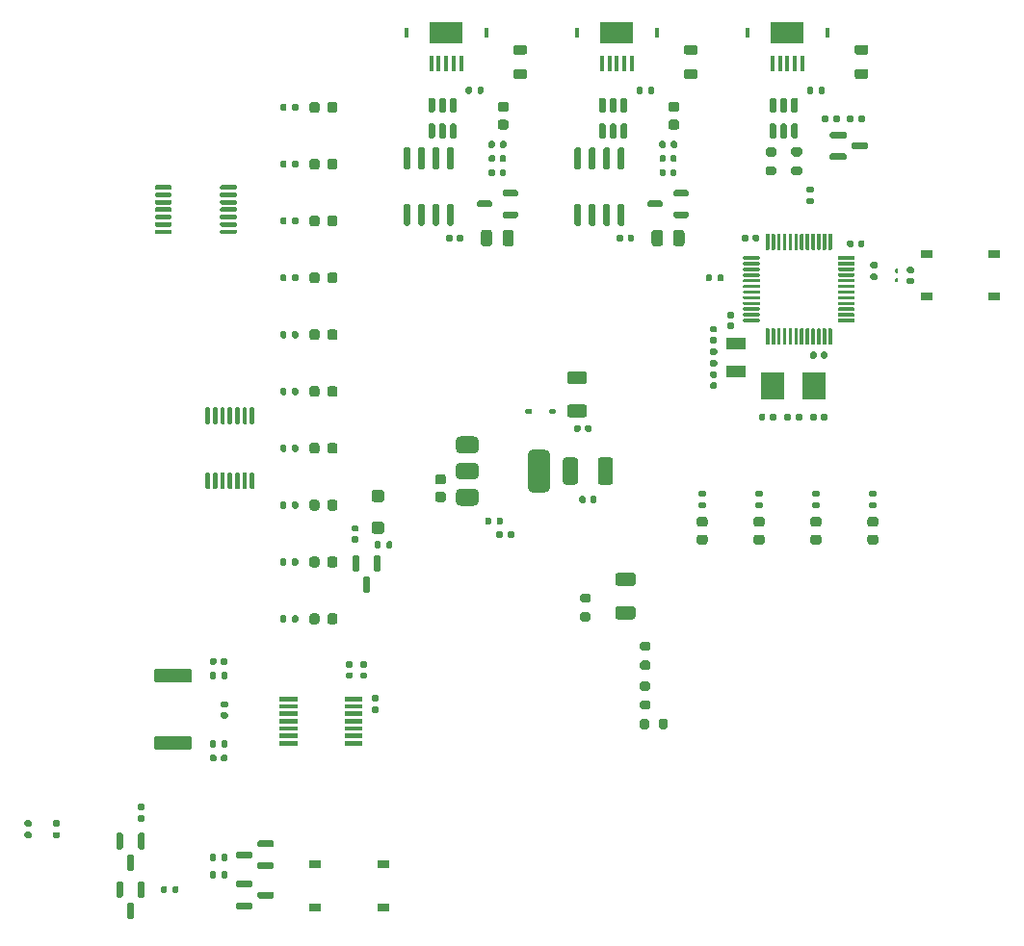
<source format=gtp>
G04 #@! TF.GenerationSoftware,KiCad,Pcbnew,9.0.1+1*
G04 #@! TF.CreationDate,2025-05-28T08:23:52+00:00*
G04 #@! TF.ProjectId,akkupack-ng,616b6b75-7061-4636-9b2d-6e672e6b6963,rev?*
G04 #@! TF.SameCoordinates,Original*
G04 #@! TF.FileFunction,Paste,Top*
G04 #@! TF.FilePolarity,Positive*
%FSLAX46Y46*%
G04 Gerber Fmt 4.6, Leading zero omitted, Abs format (unit mm)*
G04 Created by KiCad (PCBNEW 9.0.1+1) date 2025-05-28 08:23:52*
%MOMM*%
%LPD*%
G01*
G04 APERTURE LIST*
%ADD10R,1.000000X0.750000*%
%ADD11R,0.300000X0.850000*%
%ADD12R,0.400000X1.350000*%
%ADD13R,2.900000X1.900000*%
%ADD14R,2.000000X2.400000*%
%ADD15R,1.800000X1.000000*%
G04 APERTURE END LIST*
G36*
G01*
X102655000Y-108765500D02*
X102655000Y-109134500D01*
G75*
G02*
X102634500Y-109155000I-20500J0D01*
G01*
X101105500Y-109155000D01*
G75*
G02*
X101085000Y-109134500I0J20500D01*
G01*
X101085000Y-108765500D01*
G75*
G02*
X101105500Y-108745000I20500J0D01*
G01*
X102634500Y-108745000D01*
G75*
G02*
X102655000Y-108765500I0J-20500D01*
G01*
G37*
G36*
G01*
X102655000Y-108115500D02*
X102655000Y-108484500D01*
G75*
G02*
X102634500Y-108505000I-20500J0D01*
G01*
X101105500Y-108505000D01*
G75*
G02*
X101085000Y-108484500I0J20500D01*
G01*
X101085000Y-108115500D01*
G75*
G02*
X101105500Y-108095000I20500J0D01*
G01*
X102634500Y-108095000D01*
G75*
G02*
X102655000Y-108115500I0J-20500D01*
G01*
G37*
G36*
G01*
X102655000Y-107465500D02*
X102655000Y-107834500D01*
G75*
G02*
X102634500Y-107855000I-20500J0D01*
G01*
X101105500Y-107855000D01*
G75*
G02*
X101085000Y-107834500I0J20500D01*
G01*
X101085000Y-107465500D01*
G75*
G02*
X101105500Y-107445000I20500J0D01*
G01*
X102634500Y-107445000D01*
G75*
G02*
X102655000Y-107465500I0J-20500D01*
G01*
G37*
G36*
G01*
X102655000Y-106815500D02*
X102655000Y-107184500D01*
G75*
G02*
X102634500Y-107205000I-20500J0D01*
G01*
X101105500Y-107205000D01*
G75*
G02*
X101085000Y-107184500I0J20500D01*
G01*
X101085000Y-106815500D01*
G75*
G02*
X101105500Y-106795000I20500J0D01*
G01*
X102634500Y-106795000D01*
G75*
G02*
X102655000Y-106815500I0J-20500D01*
G01*
G37*
G36*
G01*
X102655000Y-106165500D02*
X102655000Y-106534500D01*
G75*
G02*
X102634500Y-106555000I-20500J0D01*
G01*
X101105500Y-106555000D01*
G75*
G02*
X101085000Y-106534500I0J20500D01*
G01*
X101085000Y-106165500D01*
G75*
G02*
X101105500Y-106145000I20500J0D01*
G01*
X102634500Y-106145000D01*
G75*
G02*
X102655000Y-106165500I0J-20500D01*
G01*
G37*
G36*
G01*
X102655000Y-105515500D02*
X102655000Y-105884500D01*
G75*
G02*
X102634500Y-105905000I-20500J0D01*
G01*
X101105500Y-105905000D01*
G75*
G02*
X101085000Y-105884500I0J20500D01*
G01*
X101085000Y-105515500D01*
G75*
G02*
X101105500Y-105495000I20500J0D01*
G01*
X102634500Y-105495000D01*
G75*
G02*
X102655000Y-105515500I0J-20500D01*
G01*
G37*
G36*
G01*
X102655000Y-104865500D02*
X102655000Y-105234500D01*
G75*
G02*
X102634500Y-105255000I-20500J0D01*
G01*
X101105500Y-105255000D01*
G75*
G02*
X101085000Y-105234500I0J20500D01*
G01*
X101085000Y-104865500D01*
G75*
G02*
X101105500Y-104845000I20500J0D01*
G01*
X102634500Y-104845000D01*
G75*
G02*
X102655000Y-104865500I0J-20500D01*
G01*
G37*
G36*
G01*
X96915000Y-104865500D02*
X96915000Y-105234500D01*
G75*
G02*
X96894500Y-105255000I-20500J0D01*
G01*
X95365500Y-105255000D01*
G75*
G02*
X95345000Y-105234500I0J20500D01*
G01*
X95345000Y-104865500D01*
G75*
G02*
X95365500Y-104845000I20500J0D01*
G01*
X96894500Y-104845000D01*
G75*
G02*
X96915000Y-104865500I0J-20500D01*
G01*
G37*
G36*
G01*
X96915000Y-105515500D02*
X96915000Y-105884500D01*
G75*
G02*
X96894500Y-105905000I-20500J0D01*
G01*
X95365500Y-105905000D01*
G75*
G02*
X95345000Y-105884500I0J20500D01*
G01*
X95345000Y-105515500D01*
G75*
G02*
X95365500Y-105495000I20500J0D01*
G01*
X96894500Y-105495000D01*
G75*
G02*
X96915000Y-105515500I0J-20500D01*
G01*
G37*
G36*
G01*
X96915000Y-106165500D02*
X96915000Y-106534500D01*
G75*
G02*
X96894500Y-106555000I-20500J0D01*
G01*
X95365500Y-106555000D01*
G75*
G02*
X95345000Y-106534500I0J20500D01*
G01*
X95345000Y-106165500D01*
G75*
G02*
X95365500Y-106145000I20500J0D01*
G01*
X96894500Y-106145000D01*
G75*
G02*
X96915000Y-106165500I0J-20500D01*
G01*
G37*
G36*
G01*
X96915000Y-106815500D02*
X96915000Y-107184500D01*
G75*
G02*
X96894500Y-107205000I-20500J0D01*
G01*
X95365500Y-107205000D01*
G75*
G02*
X95345000Y-107184500I0J20500D01*
G01*
X95345000Y-106815500D01*
G75*
G02*
X95365500Y-106795000I20500J0D01*
G01*
X96894500Y-106795000D01*
G75*
G02*
X96915000Y-106815500I0J-20500D01*
G01*
G37*
G36*
G01*
X96915000Y-107465500D02*
X96915000Y-107834500D01*
G75*
G02*
X96894500Y-107855000I-20500J0D01*
G01*
X95365500Y-107855000D01*
G75*
G02*
X95345000Y-107834500I0J20500D01*
G01*
X95345000Y-107465500D01*
G75*
G02*
X95365500Y-107445000I20500J0D01*
G01*
X96894500Y-107445000D01*
G75*
G02*
X96915000Y-107465500I0J-20500D01*
G01*
G37*
G36*
G01*
X96915000Y-108115500D02*
X96915000Y-108484500D01*
G75*
G02*
X96894500Y-108505000I-20500J0D01*
G01*
X95365500Y-108505000D01*
G75*
G02*
X95345000Y-108484500I0J20500D01*
G01*
X95345000Y-108115500D01*
G75*
G02*
X95365500Y-108095000I20500J0D01*
G01*
X96894500Y-108095000D01*
G75*
G02*
X96915000Y-108115500I0J-20500D01*
G01*
G37*
G36*
G01*
X96915000Y-108765500D02*
X96915000Y-109134500D01*
G75*
G02*
X96894500Y-109155000I-20500J0D01*
G01*
X95365500Y-109155000D01*
G75*
G02*
X95345000Y-109134500I0J20500D01*
G01*
X95345000Y-108765500D01*
G75*
G02*
X95365500Y-108745000I20500J0D01*
G01*
X96894500Y-108745000D01*
G75*
G02*
X96915000Y-108765500I0J-20500D01*
G01*
G37*
G36*
G01*
X139720000Y-80435000D02*
X139720000Y-80065000D01*
G75*
G02*
X139855000Y-79930000I135000J0D01*
G01*
X140125000Y-79930000D01*
G75*
G02*
X140260000Y-80065000I0J-135000D01*
G01*
X140260000Y-80435000D01*
G75*
G02*
X140125000Y-80570000I-135000J0D01*
G01*
X139855000Y-80570000D01*
G75*
G02*
X139720000Y-80435000I0J135000D01*
G01*
G37*
G36*
G01*
X140740000Y-80435000D02*
X140740000Y-80065000D01*
G75*
G02*
X140875000Y-79930000I135000J0D01*
G01*
X141145000Y-79930000D01*
G75*
G02*
X141280000Y-80065000I0J-135000D01*
G01*
X141280000Y-80435000D01*
G75*
G02*
X141145000Y-80570000I-135000J0D01*
G01*
X140875000Y-80570000D01*
G75*
G02*
X140740000Y-80435000I0J135000D01*
G01*
G37*
G36*
G01*
X102170000Y-91280000D02*
X101830000Y-91280000D01*
G75*
G02*
X101690000Y-91140000I0J140000D01*
G01*
X101690000Y-90860000D01*
G75*
G02*
X101830000Y-90720000I140000J0D01*
G01*
X102170000Y-90720000D01*
G75*
G02*
X102310000Y-90860000I0J-140000D01*
G01*
X102310000Y-91140000D01*
G75*
G02*
X102170000Y-91280000I-140000J0D01*
G01*
G37*
G36*
G01*
X102170000Y-90320000D02*
X101830000Y-90320000D01*
G75*
G02*
X101690000Y-90180000I0J140000D01*
G01*
X101690000Y-89900000D01*
G75*
G02*
X101830000Y-89760000I140000J0D01*
G01*
X102170000Y-89760000D01*
G75*
G02*
X102310000Y-89900000I0J-140000D01*
G01*
X102310000Y-90180000D01*
G75*
G02*
X102170000Y-90320000I-140000J0D01*
G01*
G37*
G36*
G01*
X96992500Y-57815000D02*
X96992500Y-58185000D01*
G75*
G02*
X96857500Y-58320000I-135000J0D01*
G01*
X96587500Y-58320000D01*
G75*
G02*
X96452500Y-58185000I0J135000D01*
G01*
X96452500Y-57815000D01*
G75*
G02*
X96587500Y-57680000I135000J0D01*
G01*
X96857500Y-57680000D01*
G75*
G02*
X96992500Y-57815000I0J-135000D01*
G01*
G37*
G36*
G01*
X95972500Y-57815000D02*
X95972500Y-58185000D01*
G75*
G02*
X95837500Y-58320000I-135000J0D01*
G01*
X95567500Y-58320000D01*
G75*
G02*
X95432500Y-58185000I0J135000D01*
G01*
X95432500Y-57815000D01*
G75*
G02*
X95567500Y-57680000I135000J0D01*
G01*
X95837500Y-57680000D01*
G75*
G02*
X95972500Y-57815000I0J-135000D01*
G01*
G37*
G36*
G01*
X73065000Y-115720000D02*
X73435000Y-115720000D01*
G75*
G02*
X73570000Y-115855000I0J-135000D01*
G01*
X73570000Y-116125000D01*
G75*
G02*
X73435000Y-116260000I-135000J0D01*
G01*
X73065000Y-116260000D01*
G75*
G02*
X72930000Y-116125000I0J135000D01*
G01*
X72930000Y-115855000D01*
G75*
G02*
X73065000Y-115720000I135000J0D01*
G01*
G37*
G36*
G01*
X73065000Y-116740000D02*
X73435000Y-116740000D01*
G75*
G02*
X73570000Y-116875000I0J-135000D01*
G01*
X73570000Y-117145000D01*
G75*
G02*
X73435000Y-117280000I-135000J0D01*
G01*
X73065000Y-117280000D01*
G75*
G02*
X72930000Y-117145000I0J135000D01*
G01*
X72930000Y-116875000D01*
G75*
G02*
X73065000Y-116740000I135000J0D01*
G01*
G37*
G36*
G01*
X96992500Y-97815000D02*
X96992500Y-98185000D01*
G75*
G02*
X96857500Y-98320000I-135000J0D01*
G01*
X96587500Y-98320000D01*
G75*
G02*
X96452500Y-98185000I0J135000D01*
G01*
X96452500Y-97815000D01*
G75*
G02*
X96587500Y-97680000I135000J0D01*
G01*
X96857500Y-97680000D01*
G75*
G02*
X96992500Y-97815000I0J-135000D01*
G01*
G37*
G36*
G01*
X95972500Y-97815000D02*
X95972500Y-98185000D01*
G75*
G02*
X95837500Y-98320000I-135000J0D01*
G01*
X95567500Y-98320000D01*
G75*
G02*
X95432500Y-98185000I0J135000D01*
G01*
X95432500Y-97815000D01*
G75*
G02*
X95567500Y-97680000I135000J0D01*
G01*
X95837500Y-97680000D01*
G75*
G02*
X95972500Y-97815000I0J-135000D01*
G01*
G37*
G36*
G01*
X132685000Y-88280000D02*
X132315000Y-88280000D01*
G75*
G02*
X132180000Y-88145000I0J135000D01*
G01*
X132180000Y-87875000D01*
G75*
G02*
X132315000Y-87740000I135000J0D01*
G01*
X132685000Y-87740000D01*
G75*
G02*
X132820000Y-87875000I0J-135000D01*
G01*
X132820000Y-88145000D01*
G75*
G02*
X132685000Y-88280000I-135000J0D01*
G01*
G37*
G36*
G01*
X132685000Y-87260000D02*
X132315000Y-87260000D01*
G75*
G02*
X132180000Y-87125000I0J135000D01*
G01*
X132180000Y-86855000D01*
G75*
G02*
X132315000Y-86720000I135000J0D01*
G01*
X132685000Y-86720000D01*
G75*
G02*
X132820000Y-86855000I0J-135000D01*
G01*
X132820000Y-87125000D01*
G75*
G02*
X132685000Y-87260000I-135000J0D01*
G01*
G37*
G36*
G01*
X113050000Y-64975000D02*
X113050000Y-64025000D01*
G75*
G02*
X113300000Y-63775000I250000J0D01*
G01*
X113800000Y-63775000D01*
G75*
G02*
X114050000Y-64025000I0J-250000D01*
G01*
X114050000Y-64975000D01*
G75*
G02*
X113800000Y-65225000I-250000J0D01*
G01*
X113300000Y-65225000D01*
G75*
G02*
X113050000Y-64975000I0J250000D01*
G01*
G37*
G36*
G01*
X114950000Y-64975000D02*
X114950000Y-64025000D01*
G75*
G02*
X115200000Y-63775000I250000J0D01*
G01*
X115700000Y-63775000D01*
G75*
G02*
X115950000Y-64025000I0J-250000D01*
G01*
X115950000Y-64975000D01*
G75*
G02*
X115700000Y-65225000I-250000J0D01*
G01*
X115200000Y-65225000D01*
G75*
G02*
X114950000Y-64975000I0J250000D01*
G01*
G37*
G36*
G01*
X111720000Y-51685000D02*
X111720000Y-51315000D01*
G75*
G02*
X111855000Y-51180000I135000J0D01*
G01*
X112125000Y-51180000D01*
G75*
G02*
X112260000Y-51315000I0J-135000D01*
G01*
X112260000Y-51685000D01*
G75*
G02*
X112125000Y-51820000I-135000J0D01*
G01*
X111855000Y-51820000D01*
G75*
G02*
X111720000Y-51685000I0J135000D01*
G01*
G37*
G36*
G01*
X112740000Y-51685000D02*
X112740000Y-51315000D01*
G75*
G02*
X112875000Y-51180000I135000J0D01*
G01*
X113145000Y-51180000D01*
G75*
G02*
X113280000Y-51315000I0J-135000D01*
G01*
X113280000Y-51685000D01*
G75*
G02*
X113145000Y-51820000I-135000J0D01*
G01*
X112875000Y-51820000D01*
G75*
G02*
X112740000Y-51685000I0J135000D01*
G01*
G37*
G36*
G01*
X147685000Y-88280000D02*
X147315000Y-88280000D01*
G75*
G02*
X147180000Y-88145000I0J135000D01*
G01*
X147180000Y-87875000D01*
G75*
G02*
X147315000Y-87740000I135000J0D01*
G01*
X147685000Y-87740000D01*
G75*
G02*
X147820000Y-87875000I0J-135000D01*
G01*
X147820000Y-88145000D01*
G75*
G02*
X147685000Y-88280000I-135000J0D01*
G01*
G37*
G36*
G01*
X147685000Y-87260000D02*
X147315000Y-87260000D01*
G75*
G02*
X147180000Y-87125000I0J135000D01*
G01*
X147180000Y-86855000D01*
G75*
G02*
X147315000Y-86720000I135000J0D01*
G01*
X147685000Y-86720000D01*
G75*
G02*
X147820000Y-86855000I0J-135000D01*
G01*
X147820000Y-87125000D01*
G75*
G02*
X147685000Y-87260000I-135000J0D01*
G01*
G37*
G36*
G01*
X102920000Y-103260000D02*
X102580000Y-103260000D01*
G75*
G02*
X102440000Y-103120000I0J140000D01*
G01*
X102440000Y-102840000D01*
G75*
G02*
X102580000Y-102700000I140000J0D01*
G01*
X102920000Y-102700000D01*
G75*
G02*
X103060000Y-102840000I0J-140000D01*
G01*
X103060000Y-103120000D01*
G75*
G02*
X102920000Y-103260000I-140000J0D01*
G01*
G37*
G36*
G01*
X102920000Y-102300000D02*
X102580000Y-102300000D01*
G75*
G02*
X102440000Y-102160000I0J140000D01*
G01*
X102440000Y-101880000D01*
G75*
G02*
X102580000Y-101740000I140000J0D01*
G01*
X102920000Y-101740000D01*
G75*
G02*
X103060000Y-101880000I0J-140000D01*
G01*
X103060000Y-102160000D01*
G75*
G02*
X102920000Y-102300000I-140000J0D01*
G01*
G37*
G36*
G01*
X97987500Y-68256250D02*
X97987500Y-67743750D01*
G75*
G02*
X98206250Y-67525000I218750J0D01*
G01*
X98643750Y-67525000D01*
G75*
G02*
X98862500Y-67743750I0J-218750D01*
G01*
X98862500Y-68256250D01*
G75*
G02*
X98643750Y-68475000I-218750J0D01*
G01*
X98206250Y-68475000D01*
G75*
G02*
X97987500Y-68256250I0J218750D01*
G01*
G37*
G36*
G01*
X99562500Y-68256250D02*
X99562500Y-67743750D01*
G75*
G02*
X99781250Y-67525000I218750J0D01*
G01*
X100218750Y-67525000D01*
G75*
G02*
X100437500Y-67743750I0J-218750D01*
G01*
X100437500Y-68256250D01*
G75*
G02*
X100218750Y-68475000I-218750J0D01*
G01*
X99781250Y-68475000D01*
G75*
G02*
X99562500Y-68256250I0J218750D01*
G01*
G37*
G36*
G01*
X143725000Y-55600000D02*
X143725000Y-55300000D01*
G75*
G02*
X143875000Y-55150000I150000J0D01*
G01*
X145050000Y-55150000D01*
G75*
G02*
X145200000Y-55300000I0J-150000D01*
G01*
X145200000Y-55600000D01*
G75*
G02*
X145050000Y-55750000I-150000J0D01*
G01*
X143875000Y-55750000D01*
G75*
G02*
X143725000Y-55600000I0J150000D01*
G01*
G37*
G36*
G01*
X143725000Y-57500000D02*
X143725000Y-57200000D01*
G75*
G02*
X143875000Y-57050000I150000J0D01*
G01*
X145050000Y-57050000D01*
G75*
G02*
X145200000Y-57200000I0J-150000D01*
G01*
X145200000Y-57500000D01*
G75*
G02*
X145050000Y-57650000I-150000J0D01*
G01*
X143875000Y-57650000D01*
G75*
G02*
X143725000Y-57500000I0J150000D01*
G01*
G37*
G36*
G01*
X145600000Y-56550000D02*
X145600000Y-56250000D01*
G75*
G02*
X145750000Y-56100000I150000J0D01*
G01*
X146925000Y-56100000D01*
G75*
G02*
X147075000Y-56250000I0J-150000D01*
G01*
X147075000Y-56550000D01*
G75*
G02*
X146925000Y-56700000I-150000J0D01*
G01*
X145750000Y-56700000D01*
G75*
G02*
X145600000Y-56550000I0J150000D01*
G01*
G37*
G36*
G01*
X96992500Y-77815000D02*
X96992500Y-78185000D01*
G75*
G02*
X96857500Y-78320000I-135000J0D01*
G01*
X96587500Y-78320000D01*
G75*
G02*
X96452500Y-78185000I0J135000D01*
G01*
X96452500Y-77815000D01*
G75*
G02*
X96587500Y-77680000I135000J0D01*
G01*
X96857500Y-77680000D01*
G75*
G02*
X96992500Y-77815000I0J-135000D01*
G01*
G37*
G36*
G01*
X95972500Y-77815000D02*
X95972500Y-78185000D01*
G75*
G02*
X95837500Y-78320000I-135000J0D01*
G01*
X95567500Y-78320000D01*
G75*
G02*
X95432500Y-78185000I0J135000D01*
G01*
X95432500Y-77815000D01*
G75*
G02*
X95567500Y-77680000I135000J0D01*
G01*
X95837500Y-77680000D01*
G75*
G02*
X95972500Y-77815000I0J-135000D01*
G01*
G37*
G36*
G01*
X137685000Y-88280000D02*
X137315000Y-88280000D01*
G75*
G02*
X137180000Y-88145000I0J135000D01*
G01*
X137180000Y-87875000D01*
G75*
G02*
X137315000Y-87740000I135000J0D01*
G01*
X137685000Y-87740000D01*
G75*
G02*
X137820000Y-87875000I0J-135000D01*
G01*
X137820000Y-88145000D01*
G75*
G02*
X137685000Y-88280000I-135000J0D01*
G01*
G37*
G36*
G01*
X137685000Y-87260000D02*
X137315000Y-87260000D01*
G75*
G02*
X137180000Y-87125000I0J135000D01*
G01*
X137180000Y-86855000D01*
G75*
G02*
X137315000Y-86720000I135000J0D01*
G01*
X137685000Y-86720000D01*
G75*
G02*
X137820000Y-86855000I0J-135000D01*
G01*
X137820000Y-87125000D01*
G75*
G02*
X137685000Y-87260000I-135000J0D01*
G01*
G37*
D10*
X152200000Y-65925000D03*
X158200000Y-65925000D03*
X152200000Y-69675000D03*
X158200000Y-69675000D03*
G36*
G01*
X150630000Y-67040000D02*
X150970000Y-67040000D01*
G75*
G02*
X151110000Y-67180000I0J-140000D01*
G01*
X151110000Y-67460000D01*
G75*
G02*
X150970000Y-67600000I-140000J0D01*
G01*
X150630000Y-67600000D01*
G75*
G02*
X150490000Y-67460000I0J140000D01*
G01*
X150490000Y-67180000D01*
G75*
G02*
X150630000Y-67040000I140000J0D01*
G01*
G37*
G36*
G01*
X150630000Y-68000000D02*
X150970000Y-68000000D01*
G75*
G02*
X151110000Y-68140000I0J-140000D01*
G01*
X151110000Y-68420000D01*
G75*
G02*
X150970000Y-68560000I-140000J0D01*
G01*
X150630000Y-68560000D01*
G75*
G02*
X150490000Y-68420000I0J140000D01*
G01*
X150490000Y-68140000D01*
G75*
G02*
X150630000Y-68000000I140000J0D01*
G01*
G37*
G36*
G01*
X116300000Y-62300000D02*
X116300000Y-62600000D01*
G75*
G02*
X116150000Y-62750000I-150000J0D01*
G01*
X115125000Y-62750000D01*
G75*
G02*
X114975000Y-62600000I0J150000D01*
G01*
X114975000Y-62300000D01*
G75*
G02*
X115125000Y-62150000I150000J0D01*
G01*
X116150000Y-62150000D01*
G75*
G02*
X116300000Y-62300000I0J-150000D01*
G01*
G37*
G36*
G01*
X116300000Y-60400000D02*
X116300000Y-60700000D01*
G75*
G02*
X116150000Y-60850000I-150000J0D01*
G01*
X115125000Y-60850000D01*
G75*
G02*
X114975000Y-60700000I0J150000D01*
G01*
X114975000Y-60400000D01*
G75*
G02*
X115125000Y-60250000I150000J0D01*
G01*
X116150000Y-60250000D01*
G75*
G02*
X116300000Y-60400000I0J-150000D01*
G01*
G37*
G36*
G01*
X114025000Y-61350000D02*
X114025000Y-61650000D01*
G75*
G02*
X113875000Y-61800000I-150000J0D01*
G01*
X112850000Y-61800000D01*
G75*
G02*
X112700000Y-61650000I0J150000D01*
G01*
X112700000Y-61350000D01*
G75*
G02*
X112850000Y-61200000I150000J0D01*
G01*
X113875000Y-61200000D01*
G75*
G02*
X114025000Y-61350000I0J-150000D01*
G01*
G37*
G36*
G01*
X90670000Y-106760000D02*
X90330000Y-106760000D01*
G75*
G02*
X90190000Y-106620000I0J140000D01*
G01*
X90190000Y-106340000D01*
G75*
G02*
X90330000Y-106200000I140000J0D01*
G01*
X90670000Y-106200000D01*
G75*
G02*
X90810000Y-106340000I0J-140000D01*
G01*
X90810000Y-106620000D01*
G75*
G02*
X90670000Y-106760000I-140000J0D01*
G01*
G37*
G36*
G01*
X90670000Y-105800000D02*
X90330000Y-105800000D01*
G75*
G02*
X90190000Y-105660000I0J140000D01*
G01*
X90190000Y-105380000D01*
G75*
G02*
X90330000Y-105240000I140000J0D01*
G01*
X90670000Y-105240000D01*
G75*
G02*
X90810000Y-105380000I0J-140000D01*
G01*
X90810000Y-105660000D01*
G75*
G02*
X90670000Y-105800000I-140000J0D01*
G01*
G37*
G36*
G01*
X90760000Y-101580000D02*
X90760000Y-101920000D01*
G75*
G02*
X90620000Y-102060000I-140000J0D01*
G01*
X90340000Y-102060000D01*
G75*
G02*
X90200000Y-101920000I0J140000D01*
G01*
X90200000Y-101580000D01*
G75*
G02*
X90340000Y-101440000I140000J0D01*
G01*
X90620000Y-101440000D01*
G75*
G02*
X90760000Y-101580000I0J-140000D01*
G01*
G37*
G36*
G01*
X89800000Y-101580000D02*
X89800000Y-101920000D01*
G75*
G02*
X89660000Y-102060000I-140000J0D01*
G01*
X89380000Y-102060000D01*
G75*
G02*
X89240000Y-101920000I0J140000D01*
G01*
X89240000Y-101580000D01*
G75*
G02*
X89380000Y-101440000I140000J0D01*
G01*
X89660000Y-101440000D01*
G75*
G02*
X89800000Y-101580000I0J-140000D01*
G01*
G37*
G36*
G01*
X137510000Y-64330000D02*
X137510000Y-64670000D01*
G75*
G02*
X137370000Y-64810000I-140000J0D01*
G01*
X137090000Y-64810000D01*
G75*
G02*
X136950000Y-64670000I0J140000D01*
G01*
X136950000Y-64330000D01*
G75*
G02*
X137090000Y-64190000I140000J0D01*
G01*
X137370000Y-64190000D01*
G75*
G02*
X137510000Y-64330000I0J-140000D01*
G01*
G37*
G36*
G01*
X136550000Y-64330000D02*
X136550000Y-64670000D01*
G75*
G02*
X136410000Y-64810000I-140000J0D01*
G01*
X136130000Y-64810000D01*
G75*
G02*
X135990000Y-64670000I0J140000D01*
G01*
X135990000Y-64330000D01*
G75*
G02*
X136130000Y-64190000I140000J0D01*
G01*
X136410000Y-64190000D01*
G75*
G02*
X136550000Y-64330000I0J-140000D01*
G01*
G37*
G36*
G01*
X96992500Y-82815000D02*
X96992500Y-83185000D01*
G75*
G02*
X96857500Y-83320000I-135000J0D01*
G01*
X96587500Y-83320000D01*
G75*
G02*
X96452500Y-83185000I0J135000D01*
G01*
X96452500Y-82815000D01*
G75*
G02*
X96587500Y-82680000I135000J0D01*
G01*
X96857500Y-82680000D01*
G75*
G02*
X96992500Y-82815000I0J-135000D01*
G01*
G37*
G36*
G01*
X95972500Y-82815000D02*
X95972500Y-83185000D01*
G75*
G02*
X95837500Y-83320000I-135000J0D01*
G01*
X95567500Y-83320000D01*
G75*
G02*
X95432500Y-83185000I0J135000D01*
G01*
X95432500Y-82815000D01*
G75*
G02*
X95567500Y-82680000I135000J0D01*
G01*
X95837500Y-82680000D01*
G75*
G02*
X95972500Y-82815000I0J-135000D01*
G01*
G37*
G36*
G01*
X83050000Y-116825000D02*
X83350000Y-116825000D01*
G75*
G02*
X83500000Y-116975000I0J-150000D01*
G01*
X83500000Y-118150000D01*
G75*
G02*
X83350000Y-118300000I-150000J0D01*
G01*
X83050000Y-118300000D01*
G75*
G02*
X82900000Y-118150000I0J150000D01*
G01*
X82900000Y-116975000D01*
G75*
G02*
X83050000Y-116825000I150000J0D01*
G01*
G37*
G36*
G01*
X81150000Y-116825000D02*
X81450000Y-116825000D01*
G75*
G02*
X81600000Y-116975000I0J-150000D01*
G01*
X81600000Y-118150000D01*
G75*
G02*
X81450000Y-118300000I-150000J0D01*
G01*
X81150000Y-118300000D01*
G75*
G02*
X81000000Y-118150000I0J150000D01*
G01*
X81000000Y-116975000D01*
G75*
G02*
X81150000Y-116825000I150000J0D01*
G01*
G37*
G36*
G01*
X82100000Y-118700000D02*
X82400000Y-118700000D01*
G75*
G02*
X82550000Y-118850000I0J-150000D01*
G01*
X82550000Y-120025000D01*
G75*
G02*
X82400000Y-120175000I-150000J0D01*
G01*
X82100000Y-120175000D01*
G75*
G02*
X81950000Y-120025000I0J150000D01*
G01*
X81950000Y-118850000D01*
G75*
G02*
X82100000Y-118700000I150000J0D01*
G01*
G37*
G36*
G01*
X120252500Y-85945000D02*
X120252500Y-84055000D01*
G75*
G02*
X120502500Y-83805000I250000J0D01*
G01*
X121342500Y-83805000D01*
G75*
G02*
X121592500Y-84055000I0J-250000D01*
G01*
X121592500Y-85945000D01*
G75*
G02*
X121342500Y-86195000I-250000J0D01*
G01*
X120502500Y-86195000D01*
G75*
G02*
X120252500Y-85945000I0J250000D01*
G01*
G37*
G36*
G01*
X123332500Y-85945000D02*
X123332500Y-84055000D01*
G75*
G02*
X123582500Y-83805000I250000J0D01*
G01*
X124422500Y-83805000D01*
G75*
G02*
X124672500Y-84055000I0J-250000D01*
G01*
X124672500Y-85945000D01*
G75*
G02*
X124422500Y-86195000I-250000J0D01*
G01*
X123582500Y-86195000D01*
G75*
G02*
X123332500Y-85945000I0J250000D01*
G01*
G37*
G36*
G01*
X90780000Y-118815000D02*
X90780000Y-119185000D01*
G75*
G02*
X90645000Y-119320000I-135000J0D01*
G01*
X90375000Y-119320000D01*
G75*
G02*
X90240000Y-119185000I0J135000D01*
G01*
X90240000Y-118815000D01*
G75*
G02*
X90375000Y-118680000I135000J0D01*
G01*
X90645000Y-118680000D01*
G75*
G02*
X90780000Y-118815000I0J-135000D01*
G01*
G37*
G36*
G01*
X89760000Y-118815000D02*
X89760000Y-119185000D01*
G75*
G02*
X89625000Y-119320000I-135000J0D01*
G01*
X89355000Y-119320000D01*
G75*
G02*
X89220000Y-119185000I0J135000D01*
G01*
X89220000Y-118815000D01*
G75*
G02*
X89355000Y-118680000I135000J0D01*
G01*
X89625000Y-118680000D01*
G75*
G02*
X89760000Y-118815000I0J-135000D01*
G01*
G37*
G36*
G01*
X143020000Y-54185000D02*
X143020000Y-53815000D01*
G75*
G02*
X143155000Y-53680000I135000J0D01*
G01*
X143425000Y-53680000D01*
G75*
G02*
X143560000Y-53815000I0J-135000D01*
G01*
X143560000Y-54185000D01*
G75*
G02*
X143425000Y-54320000I-135000J0D01*
G01*
X143155000Y-54320000D01*
G75*
G02*
X143020000Y-54185000I0J135000D01*
G01*
G37*
G36*
G01*
X144040000Y-54185000D02*
X144040000Y-53815000D01*
G75*
G02*
X144175000Y-53680000I135000J0D01*
G01*
X144445000Y-53680000D01*
G75*
G02*
X144580000Y-53815000I0J-135000D01*
G01*
X144580000Y-54185000D01*
G75*
G02*
X144445000Y-54320000I-135000J0D01*
G01*
X144175000Y-54320000D01*
G75*
G02*
X144040000Y-54185000I0J135000D01*
G01*
G37*
G36*
G01*
X122125000Y-80275000D02*
X120875000Y-80275000D01*
G75*
G02*
X120625000Y-80025000I0J250000D01*
G01*
X120625000Y-79400000D01*
G75*
G02*
X120875000Y-79150000I250000J0D01*
G01*
X122125000Y-79150000D01*
G75*
G02*
X122375000Y-79400000I0J-250000D01*
G01*
X122375000Y-80025000D01*
G75*
G02*
X122125000Y-80275000I-250000J0D01*
G01*
G37*
G36*
G01*
X122125000Y-77350000D02*
X120875000Y-77350000D01*
G75*
G02*
X120625000Y-77100000I0J250000D01*
G01*
X120625000Y-76475000D01*
G75*
G02*
X120875000Y-76225000I250000J0D01*
G01*
X122125000Y-76225000D01*
G75*
G02*
X122375000Y-76475000I0J-250000D01*
G01*
X122375000Y-77100000D01*
G75*
G02*
X122125000Y-77350000I-250000J0D01*
G01*
G37*
G36*
G01*
X97987500Y-53256250D02*
X97987500Y-52743750D01*
G75*
G02*
X98206250Y-52525000I218750J0D01*
G01*
X98643750Y-52525000D01*
G75*
G02*
X98862500Y-52743750I0J-218750D01*
G01*
X98862500Y-53256250D01*
G75*
G02*
X98643750Y-53475000I-218750J0D01*
G01*
X98206250Y-53475000D01*
G75*
G02*
X97987500Y-53256250I0J218750D01*
G01*
G37*
G36*
G01*
X99562500Y-53256250D02*
X99562500Y-52743750D01*
G75*
G02*
X99781250Y-52525000I218750J0D01*
G01*
X100218750Y-52525000D01*
G75*
G02*
X100437500Y-52743750I0J-218750D01*
G01*
X100437500Y-53256250D01*
G75*
G02*
X100218750Y-53475000I-218750J0D01*
G01*
X99781250Y-53475000D01*
G75*
G02*
X99562500Y-53256250I0J218750D01*
G01*
G37*
G36*
G01*
X105270000Y-91315000D02*
X105270000Y-91685000D01*
G75*
G02*
X105135000Y-91820000I-135000J0D01*
G01*
X104865000Y-91820000D01*
G75*
G02*
X104730000Y-91685000I0J135000D01*
G01*
X104730000Y-91315000D01*
G75*
G02*
X104865000Y-91180000I135000J0D01*
G01*
X105135000Y-91180000D01*
G75*
G02*
X105270000Y-91315000I0J-135000D01*
G01*
G37*
G36*
G01*
X104250000Y-91315000D02*
X104250000Y-91685000D01*
G75*
G02*
X104115000Y-91820000I-135000J0D01*
G01*
X103845000Y-91820000D01*
G75*
G02*
X103710000Y-91685000I0J135000D01*
G01*
X103710000Y-91315000D01*
G75*
G02*
X103845000Y-91180000I135000J0D01*
G01*
X104115000Y-91180000D01*
G75*
G02*
X104250000Y-91315000I0J-135000D01*
G01*
G37*
G36*
G01*
X94862500Y-119550000D02*
X94862500Y-119850000D01*
G75*
G02*
X94712500Y-120000000I-150000J0D01*
G01*
X93537500Y-120000000D01*
G75*
G02*
X93387500Y-119850000I0J150000D01*
G01*
X93387500Y-119550000D01*
G75*
G02*
X93537500Y-119400000I150000J0D01*
G01*
X94712500Y-119400000D01*
G75*
G02*
X94862500Y-119550000I0J-150000D01*
G01*
G37*
G36*
G01*
X94862500Y-117650000D02*
X94862500Y-117950000D01*
G75*
G02*
X94712500Y-118100000I-150000J0D01*
G01*
X93537500Y-118100000D01*
G75*
G02*
X93387500Y-117950000I0J150000D01*
G01*
X93387500Y-117650000D01*
G75*
G02*
X93537500Y-117500000I150000J0D01*
G01*
X94712500Y-117500000D01*
G75*
G02*
X94862500Y-117650000I0J-150000D01*
G01*
G37*
G36*
G01*
X92987500Y-118600000D02*
X92987500Y-118900000D01*
G75*
G02*
X92837500Y-119050000I-150000J0D01*
G01*
X91662500Y-119050000D01*
G75*
G02*
X91512500Y-118900000I0J150000D01*
G01*
X91512500Y-118600000D01*
G75*
G02*
X91662500Y-118450000I150000J0D01*
G01*
X92837500Y-118450000D01*
G75*
G02*
X92987500Y-118600000I0J-150000D01*
G01*
G37*
G36*
G01*
X97987500Y-93256250D02*
X97987500Y-92743750D01*
G75*
G02*
X98206250Y-92525000I218750J0D01*
G01*
X98643750Y-92525000D01*
G75*
G02*
X98862500Y-92743750I0J-218750D01*
G01*
X98862500Y-93256250D01*
G75*
G02*
X98643750Y-93475000I-218750J0D01*
G01*
X98206250Y-93475000D01*
G75*
G02*
X97987500Y-93256250I0J218750D01*
G01*
G37*
G36*
G01*
X99562500Y-93256250D02*
X99562500Y-92743750D01*
G75*
G02*
X99781250Y-92525000I218750J0D01*
G01*
X100218750Y-92525000D01*
G75*
G02*
X100437500Y-92743750I0J-218750D01*
G01*
X100437500Y-93256250D01*
G75*
G02*
X100218750Y-93475000I-218750J0D01*
G01*
X99781250Y-93475000D01*
G75*
G02*
X99562500Y-93256250I0J218750D01*
G01*
G37*
G36*
G01*
X110215000Y-56525000D02*
X110515000Y-56525000D01*
G75*
G02*
X110665000Y-56675000I0J-150000D01*
G01*
X110665000Y-58325000D01*
G75*
G02*
X110515000Y-58475000I-150000J0D01*
G01*
X110215000Y-58475000D01*
G75*
G02*
X110065000Y-58325000I0J150000D01*
G01*
X110065000Y-56675000D01*
G75*
G02*
X110215000Y-56525000I150000J0D01*
G01*
G37*
G36*
G01*
X108945000Y-56525000D02*
X109245000Y-56525000D01*
G75*
G02*
X109395000Y-56675000I0J-150000D01*
G01*
X109395000Y-58325000D01*
G75*
G02*
X109245000Y-58475000I-150000J0D01*
G01*
X108945000Y-58475000D01*
G75*
G02*
X108795000Y-58325000I0J150000D01*
G01*
X108795000Y-56675000D01*
G75*
G02*
X108945000Y-56525000I150000J0D01*
G01*
G37*
G36*
G01*
X107675000Y-56525000D02*
X107975000Y-56525000D01*
G75*
G02*
X108125000Y-56675000I0J-150000D01*
G01*
X108125000Y-58325000D01*
G75*
G02*
X107975000Y-58475000I-150000J0D01*
G01*
X107675000Y-58475000D01*
G75*
G02*
X107525000Y-58325000I0J150000D01*
G01*
X107525000Y-56675000D01*
G75*
G02*
X107675000Y-56525000I150000J0D01*
G01*
G37*
G36*
G01*
X106405000Y-56525000D02*
X106705000Y-56525000D01*
G75*
G02*
X106855000Y-56675000I0J-150000D01*
G01*
X106855000Y-58325000D01*
G75*
G02*
X106705000Y-58475000I-150000J0D01*
G01*
X106405000Y-58475000D01*
G75*
G02*
X106255000Y-58325000I0J150000D01*
G01*
X106255000Y-56675000D01*
G75*
G02*
X106405000Y-56525000I150000J0D01*
G01*
G37*
G36*
G01*
X106405000Y-61475000D02*
X106705000Y-61475000D01*
G75*
G02*
X106855000Y-61625000I0J-150000D01*
G01*
X106855000Y-63275000D01*
G75*
G02*
X106705000Y-63425000I-150000J0D01*
G01*
X106405000Y-63425000D01*
G75*
G02*
X106255000Y-63275000I0J150000D01*
G01*
X106255000Y-61625000D01*
G75*
G02*
X106405000Y-61475000I150000J0D01*
G01*
G37*
G36*
G01*
X107675000Y-61475000D02*
X107975000Y-61475000D01*
G75*
G02*
X108125000Y-61625000I0J-150000D01*
G01*
X108125000Y-63275000D01*
G75*
G02*
X107975000Y-63425000I-150000J0D01*
G01*
X107675000Y-63425000D01*
G75*
G02*
X107525000Y-63275000I0J150000D01*
G01*
X107525000Y-61625000D01*
G75*
G02*
X107675000Y-61475000I150000J0D01*
G01*
G37*
G36*
G01*
X108945000Y-61475000D02*
X109245000Y-61475000D01*
G75*
G02*
X109395000Y-61625000I0J-150000D01*
G01*
X109395000Y-63275000D01*
G75*
G02*
X109245000Y-63425000I-150000J0D01*
G01*
X108945000Y-63425000D01*
G75*
G02*
X108795000Y-63275000I0J150000D01*
G01*
X108795000Y-61625000D01*
G75*
G02*
X108945000Y-61475000I150000J0D01*
G01*
G37*
G36*
G01*
X110215000Y-61475000D02*
X110515000Y-61475000D01*
G75*
G02*
X110665000Y-61625000I0J-150000D01*
G01*
X110665000Y-63275000D01*
G75*
G02*
X110515000Y-63425000I-150000J0D01*
G01*
X110215000Y-63425000D01*
G75*
G02*
X110065000Y-63275000I0J150000D01*
G01*
X110065000Y-61625000D01*
G75*
G02*
X110215000Y-61475000I150000J0D01*
G01*
G37*
G36*
G01*
X87425000Y-109537500D02*
X84575000Y-109537500D01*
G75*
G02*
X84325000Y-109287500I0J250000D01*
G01*
X84325000Y-108562500D01*
G75*
G02*
X84575000Y-108312500I250000J0D01*
G01*
X87425000Y-108312500D01*
G75*
G02*
X87675000Y-108562500I0J-250000D01*
G01*
X87675000Y-109287500D01*
G75*
G02*
X87425000Y-109537500I-250000J0D01*
G01*
G37*
G36*
G01*
X87425000Y-103612500D02*
X84575000Y-103612500D01*
G75*
G02*
X84325000Y-103362500I0J250000D01*
G01*
X84325000Y-102637500D01*
G75*
G02*
X84575000Y-102387500I250000J0D01*
G01*
X87425000Y-102387500D01*
G75*
G02*
X87675000Y-102637500I0J-250000D01*
G01*
X87675000Y-103362500D01*
G75*
G02*
X87425000Y-103612500I-250000J0D01*
G01*
G37*
G36*
G01*
X133315000Y-74220000D02*
X133685000Y-74220000D01*
G75*
G02*
X133820000Y-74355000I0J-135000D01*
G01*
X133820000Y-74625000D01*
G75*
G02*
X133685000Y-74760000I-135000J0D01*
G01*
X133315000Y-74760000D01*
G75*
G02*
X133180000Y-74625000I0J135000D01*
G01*
X133180000Y-74355000D01*
G75*
G02*
X133315000Y-74220000I135000J0D01*
G01*
G37*
G36*
G01*
X133315000Y-75240000D02*
X133685000Y-75240000D01*
G75*
G02*
X133820000Y-75375000I0J-135000D01*
G01*
X133820000Y-75645000D01*
G75*
G02*
X133685000Y-75780000I-135000J0D01*
G01*
X133315000Y-75780000D01*
G75*
G02*
X133180000Y-75645000I0J135000D01*
G01*
X133180000Y-75375000D01*
G75*
G02*
X133315000Y-75240000I135000J0D01*
G01*
G37*
G36*
G01*
X109990000Y-64670000D02*
X109990000Y-64330000D01*
G75*
G02*
X110130000Y-64190000I140000J0D01*
G01*
X110410000Y-64190000D01*
G75*
G02*
X110550000Y-64330000I0J-140000D01*
G01*
X110550000Y-64670000D01*
G75*
G02*
X110410000Y-64810000I-140000J0D01*
G01*
X110130000Y-64810000D01*
G75*
G02*
X109990000Y-64670000I0J140000D01*
G01*
G37*
G36*
G01*
X110950000Y-64670000D02*
X110950000Y-64330000D01*
G75*
G02*
X111090000Y-64190000I140000J0D01*
G01*
X111370000Y-64190000D01*
G75*
G02*
X111510000Y-64330000I0J-140000D01*
G01*
X111510000Y-64670000D01*
G75*
G02*
X111370000Y-64810000I-140000J0D01*
G01*
X111090000Y-64810000D01*
G75*
G02*
X110950000Y-64670000I0J140000D01*
G01*
G37*
G36*
G01*
X83050000Y-121075000D02*
X83350000Y-121075000D01*
G75*
G02*
X83500000Y-121225000I0J-150000D01*
G01*
X83500000Y-122400000D01*
G75*
G02*
X83350000Y-122550000I-150000J0D01*
G01*
X83050000Y-122550000D01*
G75*
G02*
X82900000Y-122400000I0J150000D01*
G01*
X82900000Y-121225000D01*
G75*
G02*
X83050000Y-121075000I150000J0D01*
G01*
G37*
G36*
G01*
X81150000Y-121075000D02*
X81450000Y-121075000D01*
G75*
G02*
X81600000Y-121225000I0J-150000D01*
G01*
X81600000Y-122400000D01*
G75*
G02*
X81450000Y-122550000I-150000J0D01*
G01*
X81150000Y-122550000D01*
G75*
G02*
X81000000Y-122400000I0J150000D01*
G01*
X81000000Y-121225000D01*
G75*
G02*
X81150000Y-121075000I150000J0D01*
G01*
G37*
G36*
G01*
X82100000Y-122950000D02*
X82400000Y-122950000D01*
G75*
G02*
X82550000Y-123100000I0J-150000D01*
G01*
X82550000Y-124275000D01*
G75*
G02*
X82400000Y-124425000I-150000J0D01*
G01*
X82100000Y-124425000D01*
G75*
G02*
X81950000Y-124275000I0J150000D01*
G01*
X81950000Y-123100000D01*
G75*
G02*
X82100000Y-122950000I150000J0D01*
G01*
G37*
G36*
G01*
X89150000Y-86600000D02*
X88950000Y-86600000D01*
G75*
G02*
X88850000Y-86500000I0J100000D01*
G01*
X88850000Y-85225000D01*
G75*
G02*
X88950000Y-85125000I100000J0D01*
G01*
X89150000Y-85125000D01*
G75*
G02*
X89250000Y-85225000I0J-100000D01*
G01*
X89250000Y-86500000D01*
G75*
G02*
X89150000Y-86600000I-100000J0D01*
G01*
G37*
G36*
G01*
X89800000Y-86600000D02*
X89600000Y-86600000D01*
G75*
G02*
X89500000Y-86500000I0J100000D01*
G01*
X89500000Y-85225000D01*
G75*
G02*
X89600000Y-85125000I100000J0D01*
G01*
X89800000Y-85125000D01*
G75*
G02*
X89900000Y-85225000I0J-100000D01*
G01*
X89900000Y-86500000D01*
G75*
G02*
X89800000Y-86600000I-100000J0D01*
G01*
G37*
G36*
G01*
X90450000Y-86600000D02*
X90250000Y-86600000D01*
G75*
G02*
X90150000Y-86500000I0J100000D01*
G01*
X90150000Y-85225000D01*
G75*
G02*
X90250000Y-85125000I100000J0D01*
G01*
X90450000Y-85125000D01*
G75*
G02*
X90550000Y-85225000I0J-100000D01*
G01*
X90550000Y-86500000D01*
G75*
G02*
X90450000Y-86600000I-100000J0D01*
G01*
G37*
G36*
G01*
X91100000Y-86600000D02*
X90900000Y-86600000D01*
G75*
G02*
X90800000Y-86500000I0J100000D01*
G01*
X90800000Y-85225000D01*
G75*
G02*
X90900000Y-85125000I100000J0D01*
G01*
X91100000Y-85125000D01*
G75*
G02*
X91200000Y-85225000I0J-100000D01*
G01*
X91200000Y-86500000D01*
G75*
G02*
X91100000Y-86600000I-100000J0D01*
G01*
G37*
G36*
G01*
X91750000Y-86600000D02*
X91550000Y-86600000D01*
G75*
G02*
X91450000Y-86500000I0J100000D01*
G01*
X91450000Y-85225000D01*
G75*
G02*
X91550000Y-85125000I100000J0D01*
G01*
X91750000Y-85125000D01*
G75*
G02*
X91850000Y-85225000I0J-100000D01*
G01*
X91850000Y-86500000D01*
G75*
G02*
X91750000Y-86600000I-100000J0D01*
G01*
G37*
G36*
G01*
X92400000Y-86600000D02*
X92200000Y-86600000D01*
G75*
G02*
X92100000Y-86500000I0J100000D01*
G01*
X92100000Y-85225000D01*
G75*
G02*
X92200000Y-85125000I100000J0D01*
G01*
X92400000Y-85125000D01*
G75*
G02*
X92500000Y-85225000I0J-100000D01*
G01*
X92500000Y-86500000D01*
G75*
G02*
X92400000Y-86600000I-100000J0D01*
G01*
G37*
G36*
G01*
X93050000Y-86600000D02*
X92850000Y-86600000D01*
G75*
G02*
X92750000Y-86500000I0J100000D01*
G01*
X92750000Y-85225000D01*
G75*
G02*
X92850000Y-85125000I100000J0D01*
G01*
X93050000Y-85125000D01*
G75*
G02*
X93150000Y-85225000I0J-100000D01*
G01*
X93150000Y-86500000D01*
G75*
G02*
X93050000Y-86600000I-100000J0D01*
G01*
G37*
G36*
G01*
X93050000Y-80875000D02*
X92850000Y-80875000D01*
G75*
G02*
X92750000Y-80775000I0J100000D01*
G01*
X92750000Y-79500000D01*
G75*
G02*
X92850000Y-79400000I100000J0D01*
G01*
X93050000Y-79400000D01*
G75*
G02*
X93150000Y-79500000I0J-100000D01*
G01*
X93150000Y-80775000D01*
G75*
G02*
X93050000Y-80875000I-100000J0D01*
G01*
G37*
G36*
G01*
X92400000Y-80875000D02*
X92200000Y-80875000D01*
G75*
G02*
X92100000Y-80775000I0J100000D01*
G01*
X92100000Y-79500000D01*
G75*
G02*
X92200000Y-79400000I100000J0D01*
G01*
X92400000Y-79400000D01*
G75*
G02*
X92500000Y-79500000I0J-100000D01*
G01*
X92500000Y-80775000D01*
G75*
G02*
X92400000Y-80875000I-100000J0D01*
G01*
G37*
G36*
G01*
X91750000Y-80875000D02*
X91550000Y-80875000D01*
G75*
G02*
X91450000Y-80775000I0J100000D01*
G01*
X91450000Y-79500000D01*
G75*
G02*
X91550000Y-79400000I100000J0D01*
G01*
X91750000Y-79400000D01*
G75*
G02*
X91850000Y-79500000I0J-100000D01*
G01*
X91850000Y-80775000D01*
G75*
G02*
X91750000Y-80875000I-100000J0D01*
G01*
G37*
G36*
G01*
X91100000Y-80875000D02*
X90900000Y-80875000D01*
G75*
G02*
X90800000Y-80775000I0J100000D01*
G01*
X90800000Y-79500000D01*
G75*
G02*
X90900000Y-79400000I100000J0D01*
G01*
X91100000Y-79400000D01*
G75*
G02*
X91200000Y-79500000I0J-100000D01*
G01*
X91200000Y-80775000D01*
G75*
G02*
X91100000Y-80875000I-100000J0D01*
G01*
G37*
G36*
G01*
X90450000Y-80875000D02*
X90250000Y-80875000D01*
G75*
G02*
X90150000Y-80775000I0J100000D01*
G01*
X90150000Y-79500000D01*
G75*
G02*
X90250000Y-79400000I100000J0D01*
G01*
X90450000Y-79400000D01*
G75*
G02*
X90550000Y-79500000I0J-100000D01*
G01*
X90550000Y-80775000D01*
G75*
G02*
X90450000Y-80875000I-100000J0D01*
G01*
G37*
G36*
G01*
X89800000Y-80875000D02*
X89600000Y-80875000D01*
G75*
G02*
X89500000Y-80775000I0J100000D01*
G01*
X89500000Y-79500000D01*
G75*
G02*
X89600000Y-79400000I100000J0D01*
G01*
X89800000Y-79400000D01*
G75*
G02*
X89900000Y-79500000I0J-100000D01*
G01*
X89900000Y-80775000D01*
G75*
G02*
X89800000Y-80875000I-100000J0D01*
G01*
G37*
G36*
G01*
X89150000Y-80875000D02*
X88950000Y-80875000D01*
G75*
G02*
X88850000Y-80775000I0J100000D01*
G01*
X88850000Y-79500000D01*
G75*
G02*
X88950000Y-79400000I100000J0D01*
G01*
X89150000Y-79400000D01*
G75*
G02*
X89250000Y-79500000I0J-100000D01*
G01*
X89250000Y-80775000D01*
G75*
G02*
X89150000Y-80875000I-100000J0D01*
G01*
G37*
G36*
G01*
X127775000Y-105975000D02*
X127225000Y-105975000D01*
G75*
G02*
X127025000Y-105775000I0J200000D01*
G01*
X127025000Y-105375000D01*
G75*
G02*
X127225000Y-105175000I200000J0D01*
G01*
X127775000Y-105175000D01*
G75*
G02*
X127975000Y-105375000I0J-200000D01*
G01*
X127975000Y-105775000D01*
G75*
G02*
X127775000Y-105975000I-200000J0D01*
G01*
G37*
G36*
G01*
X127775000Y-104325000D02*
X127225000Y-104325000D01*
G75*
G02*
X127025000Y-104125000I0J200000D01*
G01*
X127025000Y-103725000D01*
G75*
G02*
X127225000Y-103525000I200000J0D01*
G01*
X127775000Y-103525000D01*
G75*
G02*
X127975000Y-103725000I0J-200000D01*
G01*
X127975000Y-104125000D01*
G75*
G02*
X127775000Y-104325000I-200000J0D01*
G01*
G37*
G36*
G01*
X125215000Y-56525000D02*
X125515000Y-56525000D01*
G75*
G02*
X125665000Y-56675000I0J-150000D01*
G01*
X125665000Y-58325000D01*
G75*
G02*
X125515000Y-58475000I-150000J0D01*
G01*
X125215000Y-58475000D01*
G75*
G02*
X125065000Y-58325000I0J150000D01*
G01*
X125065000Y-56675000D01*
G75*
G02*
X125215000Y-56525000I150000J0D01*
G01*
G37*
G36*
G01*
X123945000Y-56525000D02*
X124245000Y-56525000D01*
G75*
G02*
X124395000Y-56675000I0J-150000D01*
G01*
X124395000Y-58325000D01*
G75*
G02*
X124245000Y-58475000I-150000J0D01*
G01*
X123945000Y-58475000D01*
G75*
G02*
X123795000Y-58325000I0J150000D01*
G01*
X123795000Y-56675000D01*
G75*
G02*
X123945000Y-56525000I150000J0D01*
G01*
G37*
G36*
G01*
X122675000Y-56525000D02*
X122975000Y-56525000D01*
G75*
G02*
X123125000Y-56675000I0J-150000D01*
G01*
X123125000Y-58325000D01*
G75*
G02*
X122975000Y-58475000I-150000J0D01*
G01*
X122675000Y-58475000D01*
G75*
G02*
X122525000Y-58325000I0J150000D01*
G01*
X122525000Y-56675000D01*
G75*
G02*
X122675000Y-56525000I150000J0D01*
G01*
G37*
G36*
G01*
X121405000Y-56525000D02*
X121705000Y-56525000D01*
G75*
G02*
X121855000Y-56675000I0J-150000D01*
G01*
X121855000Y-58325000D01*
G75*
G02*
X121705000Y-58475000I-150000J0D01*
G01*
X121405000Y-58475000D01*
G75*
G02*
X121255000Y-58325000I0J150000D01*
G01*
X121255000Y-56675000D01*
G75*
G02*
X121405000Y-56525000I150000J0D01*
G01*
G37*
G36*
G01*
X121405000Y-61475000D02*
X121705000Y-61475000D01*
G75*
G02*
X121855000Y-61625000I0J-150000D01*
G01*
X121855000Y-63275000D01*
G75*
G02*
X121705000Y-63425000I-150000J0D01*
G01*
X121405000Y-63425000D01*
G75*
G02*
X121255000Y-63275000I0J150000D01*
G01*
X121255000Y-61625000D01*
G75*
G02*
X121405000Y-61475000I150000J0D01*
G01*
G37*
G36*
G01*
X122675000Y-61475000D02*
X122975000Y-61475000D01*
G75*
G02*
X123125000Y-61625000I0J-150000D01*
G01*
X123125000Y-63275000D01*
G75*
G02*
X122975000Y-63425000I-150000J0D01*
G01*
X122675000Y-63425000D01*
G75*
G02*
X122525000Y-63275000I0J150000D01*
G01*
X122525000Y-61625000D01*
G75*
G02*
X122675000Y-61475000I150000J0D01*
G01*
G37*
G36*
G01*
X123945000Y-61475000D02*
X124245000Y-61475000D01*
G75*
G02*
X124395000Y-61625000I0J-150000D01*
G01*
X124395000Y-63275000D01*
G75*
G02*
X124245000Y-63425000I-150000J0D01*
G01*
X123945000Y-63425000D01*
G75*
G02*
X123795000Y-63275000I0J150000D01*
G01*
X123795000Y-61625000D01*
G75*
G02*
X123945000Y-61475000I150000J0D01*
G01*
G37*
G36*
G01*
X125215000Y-61475000D02*
X125515000Y-61475000D01*
G75*
G02*
X125665000Y-61625000I0J-150000D01*
G01*
X125665000Y-63275000D01*
G75*
G02*
X125515000Y-63425000I-150000J0D01*
G01*
X125215000Y-63425000D01*
G75*
G02*
X125065000Y-63275000I0J150000D01*
G01*
X125065000Y-61625000D01*
G75*
G02*
X125215000Y-61475000I150000J0D01*
G01*
G37*
G36*
G01*
X140470000Y-52150000D02*
X140770000Y-52150000D01*
G75*
G02*
X140920000Y-52300000I0J-150000D01*
G01*
X140920000Y-53325000D01*
G75*
G02*
X140770000Y-53475000I-150000J0D01*
G01*
X140470000Y-53475000D01*
G75*
G02*
X140320000Y-53325000I0J150000D01*
G01*
X140320000Y-52300000D01*
G75*
G02*
X140470000Y-52150000I150000J0D01*
G01*
G37*
G36*
G01*
X139520000Y-52150000D02*
X139820000Y-52150000D01*
G75*
G02*
X139970000Y-52300000I0J-150000D01*
G01*
X139970000Y-53325000D01*
G75*
G02*
X139820000Y-53475000I-150000J0D01*
G01*
X139520000Y-53475000D01*
G75*
G02*
X139370000Y-53325000I0J150000D01*
G01*
X139370000Y-52300000D01*
G75*
G02*
X139520000Y-52150000I150000J0D01*
G01*
G37*
G36*
G01*
X138570000Y-52150000D02*
X138870000Y-52150000D01*
G75*
G02*
X139020000Y-52300000I0J-150000D01*
G01*
X139020000Y-53325000D01*
G75*
G02*
X138870000Y-53475000I-150000J0D01*
G01*
X138570000Y-53475000D01*
G75*
G02*
X138420000Y-53325000I0J150000D01*
G01*
X138420000Y-52300000D01*
G75*
G02*
X138570000Y-52150000I150000J0D01*
G01*
G37*
G36*
G01*
X138570000Y-54425000D02*
X138870000Y-54425000D01*
G75*
G02*
X139020000Y-54575000I0J-150000D01*
G01*
X139020000Y-55600000D01*
G75*
G02*
X138870000Y-55750000I-150000J0D01*
G01*
X138570000Y-55750000D01*
G75*
G02*
X138420000Y-55600000I0J150000D01*
G01*
X138420000Y-54575000D01*
G75*
G02*
X138570000Y-54425000I150000J0D01*
G01*
G37*
G36*
G01*
X139520000Y-54425000D02*
X139820000Y-54425000D01*
G75*
G02*
X139970000Y-54575000I0J-150000D01*
G01*
X139970000Y-55600000D01*
G75*
G02*
X139820000Y-55750000I-150000J0D01*
G01*
X139520000Y-55750000D01*
G75*
G02*
X139370000Y-55600000I0J150000D01*
G01*
X139370000Y-54575000D01*
G75*
G02*
X139520000Y-54425000I150000J0D01*
G01*
G37*
G36*
G01*
X140470000Y-54425000D02*
X140770000Y-54425000D01*
G75*
G02*
X140920000Y-54575000I0J-150000D01*
G01*
X140920000Y-55600000D01*
G75*
G02*
X140770000Y-55750000I-150000J0D01*
G01*
X140470000Y-55750000D01*
G75*
G02*
X140320000Y-55600000I0J150000D01*
G01*
X140320000Y-54575000D01*
G75*
G02*
X140470000Y-54425000I150000J0D01*
G01*
G37*
G36*
G01*
X96992500Y-92815000D02*
X96992500Y-93185000D01*
G75*
G02*
X96857500Y-93320000I-135000J0D01*
G01*
X96587500Y-93320000D01*
G75*
G02*
X96452500Y-93185000I0J135000D01*
G01*
X96452500Y-92815000D01*
G75*
G02*
X96587500Y-92680000I135000J0D01*
G01*
X96857500Y-92680000D01*
G75*
G02*
X96992500Y-92815000I0J-135000D01*
G01*
G37*
G36*
G01*
X95972500Y-92815000D02*
X95972500Y-93185000D01*
G75*
G02*
X95837500Y-93320000I-135000J0D01*
G01*
X95567500Y-93320000D01*
G75*
G02*
X95432500Y-93185000I0J135000D01*
G01*
X95432500Y-92815000D01*
G75*
G02*
X95567500Y-92680000I135000J0D01*
G01*
X95837500Y-92680000D01*
G75*
G02*
X95972500Y-92815000I0J-135000D01*
G01*
G37*
G36*
G01*
X103800000Y-92387500D02*
X104100000Y-92387500D01*
G75*
G02*
X104250000Y-92537500I0J-150000D01*
G01*
X104250000Y-93712500D01*
G75*
G02*
X104100000Y-93862500I-150000J0D01*
G01*
X103800000Y-93862500D01*
G75*
G02*
X103650000Y-93712500I0J150000D01*
G01*
X103650000Y-92537500D01*
G75*
G02*
X103800000Y-92387500I150000J0D01*
G01*
G37*
G36*
G01*
X101900000Y-92387500D02*
X102200000Y-92387500D01*
G75*
G02*
X102350000Y-92537500I0J-150000D01*
G01*
X102350000Y-93712500D01*
G75*
G02*
X102200000Y-93862500I-150000J0D01*
G01*
X101900000Y-93862500D01*
G75*
G02*
X101750000Y-93712500I0J150000D01*
G01*
X101750000Y-92537500D01*
G75*
G02*
X101900000Y-92387500I150000J0D01*
G01*
G37*
G36*
G01*
X102850000Y-94262500D02*
X103150000Y-94262500D01*
G75*
G02*
X103300000Y-94412500I0J-150000D01*
G01*
X103300000Y-95587500D01*
G75*
G02*
X103150000Y-95737500I-150000J0D01*
G01*
X102850000Y-95737500D01*
G75*
G02*
X102700000Y-95587500I0J150000D01*
G01*
X102700000Y-94412500D01*
G75*
G02*
X102850000Y-94262500I150000J0D01*
G01*
G37*
D11*
X113500000Y-46460000D03*
X106500000Y-46460000D03*
D12*
X108700000Y-49135000D03*
X109350000Y-49135000D03*
X110000000Y-49135000D03*
X110650000Y-49135000D03*
X111300000Y-49135000D03*
D13*
X110000000Y-46460000D03*
G36*
G01*
X96992500Y-67815000D02*
X96992500Y-68185000D01*
G75*
G02*
X96857500Y-68320000I-135000J0D01*
G01*
X96587500Y-68320000D01*
G75*
G02*
X96452500Y-68185000I0J135000D01*
G01*
X96452500Y-67815000D01*
G75*
G02*
X96587500Y-67680000I135000J0D01*
G01*
X96857500Y-67680000D01*
G75*
G02*
X96992500Y-67815000I0J-135000D01*
G01*
G37*
G36*
G01*
X95972500Y-67815000D02*
X95972500Y-68185000D01*
G75*
G02*
X95837500Y-68320000I-135000J0D01*
G01*
X95567500Y-68320000D01*
G75*
G02*
X95432500Y-68185000I0J135000D01*
G01*
X95432500Y-67815000D01*
G75*
G02*
X95567500Y-67680000I135000J0D01*
G01*
X95837500Y-67680000D01*
G75*
G02*
X95972500Y-67815000I0J-135000D01*
G01*
G37*
G36*
G01*
X110470000Y-52150000D02*
X110770000Y-52150000D01*
G75*
G02*
X110920000Y-52300000I0J-150000D01*
G01*
X110920000Y-53325000D01*
G75*
G02*
X110770000Y-53475000I-150000J0D01*
G01*
X110470000Y-53475000D01*
G75*
G02*
X110320000Y-53325000I0J150000D01*
G01*
X110320000Y-52300000D01*
G75*
G02*
X110470000Y-52150000I150000J0D01*
G01*
G37*
G36*
G01*
X109520000Y-52150000D02*
X109820000Y-52150000D01*
G75*
G02*
X109970000Y-52300000I0J-150000D01*
G01*
X109970000Y-53325000D01*
G75*
G02*
X109820000Y-53475000I-150000J0D01*
G01*
X109520000Y-53475000D01*
G75*
G02*
X109370000Y-53325000I0J150000D01*
G01*
X109370000Y-52300000D01*
G75*
G02*
X109520000Y-52150000I150000J0D01*
G01*
G37*
G36*
G01*
X108570000Y-52150000D02*
X108870000Y-52150000D01*
G75*
G02*
X109020000Y-52300000I0J-150000D01*
G01*
X109020000Y-53325000D01*
G75*
G02*
X108870000Y-53475000I-150000J0D01*
G01*
X108570000Y-53475000D01*
G75*
G02*
X108420000Y-53325000I0J150000D01*
G01*
X108420000Y-52300000D01*
G75*
G02*
X108570000Y-52150000I150000J0D01*
G01*
G37*
G36*
G01*
X108570000Y-54425000D02*
X108870000Y-54425000D01*
G75*
G02*
X109020000Y-54575000I0J-150000D01*
G01*
X109020000Y-55600000D01*
G75*
G02*
X108870000Y-55750000I-150000J0D01*
G01*
X108570000Y-55750000D01*
G75*
G02*
X108420000Y-55600000I0J150000D01*
G01*
X108420000Y-54575000D01*
G75*
G02*
X108570000Y-54425000I150000J0D01*
G01*
G37*
G36*
G01*
X109520000Y-54425000D02*
X109820000Y-54425000D01*
G75*
G02*
X109970000Y-54575000I0J-150000D01*
G01*
X109970000Y-55600000D01*
G75*
G02*
X109820000Y-55750000I-150000J0D01*
G01*
X109520000Y-55750000D01*
G75*
G02*
X109370000Y-55600000I0J150000D01*
G01*
X109370000Y-54575000D01*
G75*
G02*
X109520000Y-54425000I150000J0D01*
G01*
G37*
G36*
G01*
X110470000Y-54425000D02*
X110770000Y-54425000D01*
G75*
G02*
X110920000Y-54575000I0J-150000D01*
G01*
X110920000Y-55600000D01*
G75*
G02*
X110770000Y-55750000I-150000J0D01*
G01*
X110470000Y-55750000D01*
G75*
G02*
X110320000Y-55600000I0J150000D01*
G01*
X110320000Y-54575000D01*
G75*
G02*
X110470000Y-54425000I150000J0D01*
G01*
G37*
G36*
G01*
X119650000Y-79637500D02*
X119650000Y-79862500D01*
G75*
G02*
X119537500Y-79975000I-112500J0D01*
G01*
X119162500Y-79975000D01*
G75*
G02*
X119050000Y-79862500I0J112500D01*
G01*
X119050000Y-79637500D01*
G75*
G02*
X119162500Y-79525000I112500J0D01*
G01*
X119537500Y-79525000D01*
G75*
G02*
X119650000Y-79637500I0J-112500D01*
G01*
G37*
G36*
G01*
X117550000Y-79637500D02*
X117550000Y-79862500D01*
G75*
G02*
X117437500Y-79975000I-112500J0D01*
G01*
X117062500Y-79975000D01*
G75*
G02*
X116950000Y-79862500I0J112500D01*
G01*
X116950000Y-79637500D01*
G75*
G02*
X117062500Y-79525000I112500J0D01*
G01*
X117437500Y-79525000D01*
G75*
G02*
X117550000Y-79637500I0J-112500D01*
G01*
G37*
D14*
X142350000Y-77500000D03*
X138650000Y-77500000D03*
G36*
G01*
X89220000Y-120685000D02*
X89220000Y-120315000D01*
G75*
G02*
X89355000Y-120180000I135000J0D01*
G01*
X89625000Y-120180000D01*
G75*
G02*
X89760000Y-120315000I0J-135000D01*
G01*
X89760000Y-120685000D01*
G75*
G02*
X89625000Y-120820000I-135000J0D01*
G01*
X89355000Y-120820000D01*
G75*
G02*
X89220000Y-120685000I0J135000D01*
G01*
G37*
G36*
G01*
X90240000Y-120685000D02*
X90240000Y-120315000D01*
G75*
G02*
X90375000Y-120180000I135000J0D01*
G01*
X90645000Y-120180000D01*
G75*
G02*
X90780000Y-120315000I0J-135000D01*
G01*
X90780000Y-120685000D01*
G75*
G02*
X90645000Y-120820000I-135000J0D01*
G01*
X90375000Y-120820000D01*
G75*
G02*
X90240000Y-120685000I0J135000D01*
G01*
G37*
G36*
G01*
X96992500Y-72815000D02*
X96992500Y-73185000D01*
G75*
G02*
X96857500Y-73320000I-135000J0D01*
G01*
X96587500Y-73320000D01*
G75*
G02*
X96452500Y-73185000I0J135000D01*
G01*
X96452500Y-72815000D01*
G75*
G02*
X96587500Y-72680000I135000J0D01*
G01*
X96857500Y-72680000D01*
G75*
G02*
X96992500Y-72815000I0J-135000D01*
G01*
G37*
G36*
G01*
X95972500Y-72815000D02*
X95972500Y-73185000D01*
G75*
G02*
X95837500Y-73320000I-135000J0D01*
G01*
X95567500Y-73320000D01*
G75*
G02*
X95432500Y-73185000I0J135000D01*
G01*
X95432500Y-72815000D01*
G75*
G02*
X95567500Y-72680000I135000J0D01*
G01*
X95837500Y-72680000D01*
G75*
G02*
X95972500Y-72815000I0J-135000D01*
G01*
G37*
G36*
G01*
X91512500Y-121500000D02*
X91512500Y-121200000D01*
G75*
G02*
X91662500Y-121050000I150000J0D01*
G01*
X92837500Y-121050000D01*
G75*
G02*
X92987500Y-121200000I0J-150000D01*
G01*
X92987500Y-121500000D01*
G75*
G02*
X92837500Y-121650000I-150000J0D01*
G01*
X91662500Y-121650000D01*
G75*
G02*
X91512500Y-121500000I0J150000D01*
G01*
G37*
G36*
G01*
X91512500Y-123400000D02*
X91512500Y-123100000D01*
G75*
G02*
X91662500Y-122950000I150000J0D01*
G01*
X92837500Y-122950000D01*
G75*
G02*
X92987500Y-123100000I0J-150000D01*
G01*
X92987500Y-123400000D01*
G75*
G02*
X92837500Y-123550000I-150000J0D01*
G01*
X91662500Y-123550000D01*
G75*
G02*
X91512500Y-123400000I0J150000D01*
G01*
G37*
G36*
G01*
X93387500Y-122450000D02*
X93387500Y-122150000D01*
G75*
G02*
X93537500Y-122000000I150000J0D01*
G01*
X94712500Y-122000000D01*
G75*
G02*
X94862500Y-122150000I0J-150000D01*
G01*
X94862500Y-122450000D01*
G75*
G02*
X94712500Y-122600000I-150000J0D01*
G01*
X93537500Y-122600000D01*
G75*
G02*
X93387500Y-122450000I0J150000D01*
G01*
G37*
G36*
G01*
X75565000Y-115730000D02*
X75935000Y-115730000D01*
G75*
G02*
X76070000Y-115865000I0J-135000D01*
G01*
X76070000Y-116135000D01*
G75*
G02*
X75935000Y-116270000I-135000J0D01*
G01*
X75565000Y-116270000D01*
G75*
G02*
X75430000Y-116135000I0J135000D01*
G01*
X75430000Y-115865000D01*
G75*
G02*
X75565000Y-115730000I135000J0D01*
G01*
G37*
G36*
G01*
X75565000Y-116750000D02*
X75935000Y-116750000D01*
G75*
G02*
X76070000Y-116885000I0J-135000D01*
G01*
X76070000Y-117155000D01*
G75*
G02*
X75935000Y-117290000I-135000J0D01*
G01*
X75565000Y-117290000D01*
G75*
G02*
X75430000Y-117155000I0J135000D01*
G01*
X75430000Y-116885000D01*
G75*
G02*
X75565000Y-116750000I135000J0D01*
G01*
G37*
G36*
G01*
X90760000Y-110080000D02*
X90760000Y-110420000D01*
G75*
G02*
X90620000Y-110560000I-140000J0D01*
G01*
X90340000Y-110560000D01*
G75*
G02*
X90200000Y-110420000I0J140000D01*
G01*
X90200000Y-110080000D01*
G75*
G02*
X90340000Y-109940000I140000J0D01*
G01*
X90620000Y-109940000D01*
G75*
G02*
X90760000Y-110080000I0J-140000D01*
G01*
G37*
G36*
G01*
X89800000Y-110080000D02*
X89800000Y-110420000D01*
G75*
G02*
X89660000Y-110560000I-140000J0D01*
G01*
X89380000Y-110560000D01*
G75*
G02*
X89240000Y-110420000I0J140000D01*
G01*
X89240000Y-110080000D01*
G75*
G02*
X89380000Y-109940000I140000J0D01*
G01*
X89660000Y-109940000D01*
G75*
G02*
X89800000Y-110080000I0J-140000D01*
G01*
G37*
G36*
G01*
X131118750Y-47500000D02*
X131881250Y-47500000D01*
G75*
G02*
X132100000Y-47718750I0J-218750D01*
G01*
X132100000Y-48156250D01*
G75*
G02*
X131881250Y-48375000I-218750J0D01*
G01*
X131118750Y-48375000D01*
G75*
G02*
X130900000Y-48156250I0J218750D01*
G01*
X130900000Y-47718750D01*
G75*
G02*
X131118750Y-47500000I218750J0D01*
G01*
G37*
G36*
G01*
X131118750Y-49625000D02*
X131881250Y-49625000D01*
G75*
G02*
X132100000Y-49843750I0J-218750D01*
G01*
X132100000Y-50281250D01*
G75*
G02*
X131881250Y-50500000I-218750J0D01*
G01*
X131118750Y-50500000D01*
G75*
G02*
X130900000Y-50281250I0J218750D01*
G01*
X130900000Y-49843750D01*
G75*
G02*
X131118750Y-49625000I218750J0D01*
G01*
G37*
G36*
G01*
X128740000Y-58920000D02*
X128740000Y-58580000D01*
G75*
G02*
X128880000Y-58440000I140000J0D01*
G01*
X129160000Y-58440000D01*
G75*
G02*
X129300000Y-58580000I0J-140000D01*
G01*
X129300000Y-58920000D01*
G75*
G02*
X129160000Y-59060000I-140000J0D01*
G01*
X128880000Y-59060000D01*
G75*
G02*
X128740000Y-58920000I0J140000D01*
G01*
G37*
G36*
G01*
X129700000Y-58920000D02*
X129700000Y-58580000D01*
G75*
G02*
X129840000Y-58440000I140000J0D01*
G01*
X130120000Y-58440000D01*
G75*
G02*
X130260000Y-58580000I0J-140000D01*
G01*
X130260000Y-58920000D01*
G75*
G02*
X130120000Y-59060000I-140000J0D01*
G01*
X129840000Y-59060000D01*
G75*
G02*
X129700000Y-58920000I0J140000D01*
G01*
G37*
G36*
G01*
X128730000Y-56450000D02*
X128730000Y-56080000D01*
G75*
G02*
X128865000Y-55945000I135000J0D01*
G01*
X129135000Y-55945000D01*
G75*
G02*
X129270000Y-56080000I0J-135000D01*
G01*
X129270000Y-56450000D01*
G75*
G02*
X129135000Y-56585000I-135000J0D01*
G01*
X128865000Y-56585000D01*
G75*
G02*
X128730000Y-56450000I0J135000D01*
G01*
G37*
G36*
G01*
X129750000Y-56450000D02*
X129750000Y-56080000D01*
G75*
G02*
X129885000Y-55945000I135000J0D01*
G01*
X130155000Y-55945000D01*
G75*
G02*
X130290000Y-56080000I0J-135000D01*
G01*
X130290000Y-56450000D01*
G75*
G02*
X130155000Y-56585000I-135000J0D01*
G01*
X129885000Y-56585000D01*
G75*
G02*
X129750000Y-56450000I0J135000D01*
G01*
G37*
G36*
G01*
X110850000Y-83075000D02*
X110850000Y-82325000D01*
G75*
G02*
X111225000Y-81950000I375000J0D01*
G01*
X112475000Y-81950000D01*
G75*
G02*
X112850000Y-82325000I0J-375000D01*
G01*
X112850000Y-83075000D01*
G75*
G02*
X112475000Y-83450000I-375000J0D01*
G01*
X111225000Y-83450000D01*
G75*
G02*
X110850000Y-83075000I0J375000D01*
G01*
G37*
G36*
G01*
X110850000Y-85375000D02*
X110850000Y-84625000D01*
G75*
G02*
X111225000Y-84250000I375000J0D01*
G01*
X112475000Y-84250000D01*
G75*
G02*
X112850000Y-84625000I0J-375000D01*
G01*
X112850000Y-85375000D01*
G75*
G02*
X112475000Y-85750000I-375000J0D01*
G01*
X111225000Y-85750000D01*
G75*
G02*
X110850000Y-85375000I0J375000D01*
G01*
G37*
G36*
G01*
X117150000Y-86400000D02*
X117150000Y-83600000D01*
G75*
G02*
X117650000Y-83100000I500000J0D01*
G01*
X118650000Y-83100000D01*
G75*
G02*
X119150000Y-83600000I0J-500000D01*
G01*
X119150000Y-86400000D01*
G75*
G02*
X118650000Y-86900000I-500000J0D01*
G01*
X117650000Y-86900000D01*
G75*
G02*
X117150000Y-86400000I0J500000D01*
G01*
G37*
G36*
G01*
X110850000Y-87675000D02*
X110850000Y-86925000D01*
G75*
G02*
X111225000Y-86550000I375000J0D01*
G01*
X112475000Y-86550000D01*
G75*
G02*
X112850000Y-86925000I0J-375000D01*
G01*
X112850000Y-87675000D01*
G75*
G02*
X112475000Y-88050000I-375000J0D01*
G01*
X111225000Y-88050000D01*
G75*
G02*
X110850000Y-87675000I0J375000D01*
G01*
G37*
G36*
G01*
X133330000Y-72240000D02*
X133670000Y-72240000D01*
G75*
G02*
X133810000Y-72380000I0J-140000D01*
G01*
X133810000Y-72660000D01*
G75*
G02*
X133670000Y-72800000I-140000J0D01*
G01*
X133330000Y-72800000D01*
G75*
G02*
X133190000Y-72660000I0J140000D01*
G01*
X133190000Y-72380000D01*
G75*
G02*
X133330000Y-72240000I140000J0D01*
G01*
G37*
G36*
G01*
X133330000Y-73200000D02*
X133670000Y-73200000D01*
G75*
G02*
X133810000Y-73340000I0J-140000D01*
G01*
X133810000Y-73620000D01*
G75*
G02*
X133670000Y-73760000I-140000J0D01*
G01*
X133330000Y-73760000D01*
G75*
G02*
X133190000Y-73620000I0J140000D01*
G01*
X133190000Y-73340000D01*
G75*
G02*
X133330000Y-73200000I140000J0D01*
G01*
G37*
D15*
X135500000Y-76250000D03*
X135500000Y-73750000D03*
G36*
G01*
X145220000Y-54185000D02*
X145220000Y-53815000D01*
G75*
G02*
X145355000Y-53680000I135000J0D01*
G01*
X145625000Y-53680000D01*
G75*
G02*
X145760000Y-53815000I0J-135000D01*
G01*
X145760000Y-54185000D01*
G75*
G02*
X145625000Y-54320000I-135000J0D01*
G01*
X145355000Y-54320000D01*
G75*
G02*
X145220000Y-54185000I0J135000D01*
G01*
G37*
G36*
G01*
X146240000Y-54185000D02*
X146240000Y-53815000D01*
G75*
G02*
X146375000Y-53680000I135000J0D01*
G01*
X146645000Y-53680000D01*
G75*
G02*
X146780000Y-53815000I0J-135000D01*
G01*
X146780000Y-54185000D01*
G75*
G02*
X146645000Y-54320000I-135000J0D01*
G01*
X146375000Y-54320000D01*
G75*
G02*
X146240000Y-54185000I0J135000D01*
G01*
G37*
G36*
G01*
X91600000Y-63850000D02*
X91600000Y-64050000D01*
G75*
G02*
X91500000Y-64150000I-100000J0D01*
G01*
X90225000Y-64150000D01*
G75*
G02*
X90125000Y-64050000I0J100000D01*
G01*
X90125000Y-63850000D01*
G75*
G02*
X90225000Y-63750000I100000J0D01*
G01*
X91500000Y-63750000D01*
G75*
G02*
X91600000Y-63850000I0J-100000D01*
G01*
G37*
G36*
G01*
X91600000Y-63200000D02*
X91600000Y-63400000D01*
G75*
G02*
X91500000Y-63500000I-100000J0D01*
G01*
X90225000Y-63500000D01*
G75*
G02*
X90125000Y-63400000I0J100000D01*
G01*
X90125000Y-63200000D01*
G75*
G02*
X90225000Y-63100000I100000J0D01*
G01*
X91500000Y-63100000D01*
G75*
G02*
X91600000Y-63200000I0J-100000D01*
G01*
G37*
G36*
G01*
X91600000Y-62550000D02*
X91600000Y-62750000D01*
G75*
G02*
X91500000Y-62850000I-100000J0D01*
G01*
X90225000Y-62850000D01*
G75*
G02*
X90125000Y-62750000I0J100000D01*
G01*
X90125000Y-62550000D01*
G75*
G02*
X90225000Y-62450000I100000J0D01*
G01*
X91500000Y-62450000D01*
G75*
G02*
X91600000Y-62550000I0J-100000D01*
G01*
G37*
G36*
G01*
X91600000Y-61900000D02*
X91600000Y-62100000D01*
G75*
G02*
X91500000Y-62200000I-100000J0D01*
G01*
X90225000Y-62200000D01*
G75*
G02*
X90125000Y-62100000I0J100000D01*
G01*
X90125000Y-61900000D01*
G75*
G02*
X90225000Y-61800000I100000J0D01*
G01*
X91500000Y-61800000D01*
G75*
G02*
X91600000Y-61900000I0J-100000D01*
G01*
G37*
G36*
G01*
X91600000Y-61250000D02*
X91600000Y-61450000D01*
G75*
G02*
X91500000Y-61550000I-100000J0D01*
G01*
X90225000Y-61550000D01*
G75*
G02*
X90125000Y-61450000I0J100000D01*
G01*
X90125000Y-61250000D01*
G75*
G02*
X90225000Y-61150000I100000J0D01*
G01*
X91500000Y-61150000D01*
G75*
G02*
X91600000Y-61250000I0J-100000D01*
G01*
G37*
G36*
G01*
X91600000Y-60600000D02*
X91600000Y-60800000D01*
G75*
G02*
X91500000Y-60900000I-100000J0D01*
G01*
X90225000Y-60900000D01*
G75*
G02*
X90125000Y-60800000I0J100000D01*
G01*
X90125000Y-60600000D01*
G75*
G02*
X90225000Y-60500000I100000J0D01*
G01*
X91500000Y-60500000D01*
G75*
G02*
X91600000Y-60600000I0J-100000D01*
G01*
G37*
G36*
G01*
X91600000Y-59950000D02*
X91600000Y-60150000D01*
G75*
G02*
X91500000Y-60250000I-100000J0D01*
G01*
X90225000Y-60250000D01*
G75*
G02*
X90125000Y-60150000I0J100000D01*
G01*
X90125000Y-59950000D01*
G75*
G02*
X90225000Y-59850000I100000J0D01*
G01*
X91500000Y-59850000D01*
G75*
G02*
X91600000Y-59950000I0J-100000D01*
G01*
G37*
G36*
G01*
X85875000Y-59950000D02*
X85875000Y-60150000D01*
G75*
G02*
X85775000Y-60250000I-100000J0D01*
G01*
X84500000Y-60250000D01*
G75*
G02*
X84400000Y-60150000I0J100000D01*
G01*
X84400000Y-59950000D01*
G75*
G02*
X84500000Y-59850000I100000J0D01*
G01*
X85775000Y-59850000D01*
G75*
G02*
X85875000Y-59950000I0J-100000D01*
G01*
G37*
G36*
G01*
X85875000Y-60600000D02*
X85875000Y-60800000D01*
G75*
G02*
X85775000Y-60900000I-100000J0D01*
G01*
X84500000Y-60900000D01*
G75*
G02*
X84400000Y-60800000I0J100000D01*
G01*
X84400000Y-60600000D01*
G75*
G02*
X84500000Y-60500000I100000J0D01*
G01*
X85775000Y-60500000D01*
G75*
G02*
X85875000Y-60600000I0J-100000D01*
G01*
G37*
G36*
G01*
X85875000Y-61250000D02*
X85875000Y-61450000D01*
G75*
G02*
X85775000Y-61550000I-100000J0D01*
G01*
X84500000Y-61550000D01*
G75*
G02*
X84400000Y-61450000I0J100000D01*
G01*
X84400000Y-61250000D01*
G75*
G02*
X84500000Y-61150000I100000J0D01*
G01*
X85775000Y-61150000D01*
G75*
G02*
X85875000Y-61250000I0J-100000D01*
G01*
G37*
G36*
G01*
X85875000Y-61900000D02*
X85875000Y-62100000D01*
G75*
G02*
X85775000Y-62200000I-100000J0D01*
G01*
X84500000Y-62200000D01*
G75*
G02*
X84400000Y-62100000I0J100000D01*
G01*
X84400000Y-61900000D01*
G75*
G02*
X84500000Y-61800000I100000J0D01*
G01*
X85775000Y-61800000D01*
G75*
G02*
X85875000Y-61900000I0J-100000D01*
G01*
G37*
G36*
G01*
X85875000Y-62550000D02*
X85875000Y-62750000D01*
G75*
G02*
X85775000Y-62850000I-100000J0D01*
G01*
X84500000Y-62850000D01*
G75*
G02*
X84400000Y-62750000I0J100000D01*
G01*
X84400000Y-62550000D01*
G75*
G02*
X84500000Y-62450000I100000J0D01*
G01*
X85775000Y-62450000D01*
G75*
G02*
X85875000Y-62550000I0J-100000D01*
G01*
G37*
G36*
G01*
X85875000Y-63200000D02*
X85875000Y-63400000D01*
G75*
G02*
X85775000Y-63500000I-100000J0D01*
G01*
X84500000Y-63500000D01*
G75*
G02*
X84400000Y-63400000I0J100000D01*
G01*
X84400000Y-63200000D01*
G75*
G02*
X84500000Y-63100000I100000J0D01*
G01*
X85775000Y-63100000D01*
G75*
G02*
X85875000Y-63200000I0J-100000D01*
G01*
G37*
G36*
G01*
X85875000Y-63850000D02*
X85875000Y-64050000D01*
G75*
G02*
X85775000Y-64150000I-100000J0D01*
G01*
X84500000Y-64150000D01*
G75*
G02*
X84400000Y-64050000I0J100000D01*
G01*
X84400000Y-63850000D01*
G75*
G02*
X84500000Y-63750000I100000J0D01*
G01*
X85775000Y-63750000D01*
G75*
G02*
X85875000Y-63850000I0J-100000D01*
G01*
G37*
G36*
G01*
X109750000Y-87725000D02*
X109250000Y-87725000D01*
G75*
G02*
X109025000Y-87500000I0J225000D01*
G01*
X109025000Y-87050000D01*
G75*
G02*
X109250000Y-86825000I225000J0D01*
G01*
X109750000Y-86825000D01*
G75*
G02*
X109975000Y-87050000I0J-225000D01*
G01*
X109975000Y-87500000D01*
G75*
G02*
X109750000Y-87725000I-225000J0D01*
G01*
G37*
G36*
G01*
X109750000Y-86175000D02*
X109250000Y-86175000D01*
G75*
G02*
X109025000Y-85950000I0J225000D01*
G01*
X109025000Y-85500000D01*
G75*
G02*
X109250000Y-85275000I225000J0D01*
G01*
X109750000Y-85275000D01*
G75*
G02*
X109975000Y-85500000I0J-225000D01*
G01*
X109975000Y-85950000D01*
G75*
G02*
X109750000Y-86175000I-225000J0D01*
G01*
G37*
G36*
G01*
X138815000Y-58975000D02*
X138265000Y-58975000D01*
G75*
G02*
X138065000Y-58775000I0J200000D01*
G01*
X138065000Y-58375000D01*
G75*
G02*
X138265000Y-58175000I200000J0D01*
G01*
X138815000Y-58175000D01*
G75*
G02*
X139015000Y-58375000I0J-200000D01*
G01*
X139015000Y-58775000D01*
G75*
G02*
X138815000Y-58975000I-200000J0D01*
G01*
G37*
G36*
G01*
X138815000Y-57325000D02*
X138265000Y-57325000D01*
G75*
G02*
X138065000Y-57125000I0J200000D01*
G01*
X138065000Y-56725000D01*
G75*
G02*
X138265000Y-56525000I200000J0D01*
G01*
X138815000Y-56525000D01*
G75*
G02*
X139015000Y-56725000I0J-200000D01*
G01*
X139015000Y-57125000D01*
G75*
G02*
X138815000Y-57325000I-200000J0D01*
G01*
G37*
G36*
G01*
X113730000Y-56450000D02*
X113730000Y-56080000D01*
G75*
G02*
X113865000Y-55945000I135000J0D01*
G01*
X114135000Y-55945000D01*
G75*
G02*
X114270000Y-56080000I0J-135000D01*
G01*
X114270000Y-56450000D01*
G75*
G02*
X114135000Y-56585000I-135000J0D01*
G01*
X113865000Y-56585000D01*
G75*
G02*
X113730000Y-56450000I0J135000D01*
G01*
G37*
G36*
G01*
X114750000Y-56450000D02*
X114750000Y-56080000D01*
G75*
G02*
X114885000Y-55945000I135000J0D01*
G01*
X115155000Y-55945000D01*
G75*
G02*
X115290000Y-56080000I0J-135000D01*
G01*
X115290000Y-56450000D01*
G75*
G02*
X115155000Y-56585000I-135000J0D01*
G01*
X114885000Y-56585000D01*
G75*
G02*
X114750000Y-56450000I0J135000D01*
G01*
G37*
G36*
G01*
X142685000Y-88280000D02*
X142315000Y-88280000D01*
G75*
G02*
X142180000Y-88145000I0J135000D01*
G01*
X142180000Y-87875000D01*
G75*
G02*
X142315000Y-87740000I135000J0D01*
G01*
X142685000Y-87740000D01*
G75*
G02*
X142820000Y-87875000I0J-135000D01*
G01*
X142820000Y-88145000D01*
G75*
G02*
X142685000Y-88280000I-135000J0D01*
G01*
G37*
G36*
G01*
X142685000Y-87260000D02*
X142315000Y-87260000D01*
G75*
G02*
X142180000Y-87125000I0J135000D01*
G01*
X142180000Y-86855000D01*
G75*
G02*
X142315000Y-86720000I135000J0D01*
G01*
X142685000Y-86720000D01*
G75*
G02*
X142820000Y-86855000I0J-135000D01*
G01*
X142820000Y-87125000D01*
G75*
G02*
X142685000Y-87260000I-135000J0D01*
G01*
G37*
G36*
G01*
X143510000Y-80080000D02*
X143510000Y-80420000D01*
G75*
G02*
X143370000Y-80560000I-140000J0D01*
G01*
X143090000Y-80560000D01*
G75*
G02*
X142950000Y-80420000I0J140000D01*
G01*
X142950000Y-80080000D01*
G75*
G02*
X143090000Y-79940000I140000J0D01*
G01*
X143370000Y-79940000D01*
G75*
G02*
X143510000Y-80080000I0J-140000D01*
G01*
G37*
G36*
G01*
X142550000Y-80080000D02*
X142550000Y-80420000D01*
G75*
G02*
X142410000Y-80560000I-140000J0D01*
G01*
X142130000Y-80560000D01*
G75*
G02*
X141990000Y-80420000I0J140000D01*
G01*
X141990000Y-80080000D01*
G75*
G02*
X142130000Y-79940000I140000J0D01*
G01*
X142410000Y-79940000D01*
G75*
G02*
X142550000Y-80080000I0J-140000D01*
G01*
G37*
G36*
G01*
X116118750Y-47500000D02*
X116881250Y-47500000D01*
G75*
G02*
X117100000Y-47718750I0J-218750D01*
G01*
X117100000Y-48156250D01*
G75*
G02*
X116881250Y-48375000I-218750J0D01*
G01*
X116118750Y-48375000D01*
G75*
G02*
X115900000Y-48156250I0J218750D01*
G01*
X115900000Y-47718750D01*
G75*
G02*
X116118750Y-47500000I218750J0D01*
G01*
G37*
G36*
G01*
X116118750Y-49625000D02*
X116881250Y-49625000D01*
G75*
G02*
X117100000Y-49843750I0J-218750D01*
G01*
X117100000Y-50281250D01*
G75*
G02*
X116881250Y-50500000I-218750J0D01*
G01*
X116118750Y-50500000D01*
G75*
G02*
X115900000Y-50281250I0J218750D01*
G01*
X115900000Y-49843750D01*
G75*
G02*
X116118750Y-49625000I218750J0D01*
G01*
G37*
G36*
G01*
X142185000Y-61530000D02*
X141815000Y-61530000D01*
G75*
G02*
X141680000Y-61395000I0J135000D01*
G01*
X141680000Y-61125000D01*
G75*
G02*
X141815000Y-60990000I135000J0D01*
G01*
X142185000Y-60990000D01*
G75*
G02*
X142320000Y-61125000I0J-135000D01*
G01*
X142320000Y-61395000D01*
G75*
G02*
X142185000Y-61530000I-135000J0D01*
G01*
G37*
G36*
G01*
X142185000Y-60510000D02*
X141815000Y-60510000D01*
G75*
G02*
X141680000Y-60375000I0J135000D01*
G01*
X141680000Y-60105000D01*
G75*
G02*
X141815000Y-59970000I135000J0D01*
G01*
X142185000Y-59970000D01*
G75*
G02*
X142320000Y-60105000I0J-135000D01*
G01*
X142320000Y-60375000D01*
G75*
G02*
X142185000Y-60510000I-135000J0D01*
G01*
G37*
G36*
G01*
X103565000Y-104720000D02*
X103935000Y-104720000D01*
G75*
G02*
X104070000Y-104855000I0J-135000D01*
G01*
X104070000Y-105125000D01*
G75*
G02*
X103935000Y-105260000I-135000J0D01*
G01*
X103565000Y-105260000D01*
G75*
G02*
X103430000Y-105125000I0J135000D01*
G01*
X103430000Y-104855000D01*
G75*
G02*
X103565000Y-104720000I135000J0D01*
G01*
G37*
G36*
G01*
X103565000Y-105740000D02*
X103935000Y-105740000D01*
G75*
G02*
X104070000Y-105875000I0J-135000D01*
G01*
X104070000Y-106145000D01*
G75*
G02*
X103935000Y-106280000I-135000J0D01*
G01*
X103565000Y-106280000D01*
G75*
G02*
X103430000Y-106145000I0J135000D01*
G01*
X103430000Y-105875000D01*
G75*
G02*
X103565000Y-105740000I135000J0D01*
G01*
G37*
G36*
G01*
X141990000Y-74970000D02*
X141990000Y-74630000D01*
G75*
G02*
X142130000Y-74490000I140000J0D01*
G01*
X142410000Y-74490000D01*
G75*
G02*
X142550000Y-74630000I0J-140000D01*
G01*
X142550000Y-74970000D01*
G75*
G02*
X142410000Y-75110000I-140000J0D01*
G01*
X142130000Y-75110000D01*
G75*
G02*
X141990000Y-74970000I0J140000D01*
G01*
G37*
G36*
G01*
X142950000Y-74970000D02*
X142950000Y-74630000D01*
G75*
G02*
X143090000Y-74490000I140000J0D01*
G01*
X143370000Y-74490000D01*
G75*
G02*
X143510000Y-74630000I0J-140000D01*
G01*
X143510000Y-74970000D01*
G75*
G02*
X143370000Y-75110000I-140000J0D01*
G01*
X143090000Y-75110000D01*
G75*
G02*
X142950000Y-74970000I0J140000D01*
G01*
G37*
D11*
X143500000Y-46460000D03*
X136500000Y-46460000D03*
D12*
X138700000Y-49135000D03*
X139350000Y-49135000D03*
X140000000Y-49135000D03*
X140650000Y-49135000D03*
X141300000Y-49135000D03*
D13*
X140000000Y-46460000D03*
G36*
G01*
X97987500Y-58256250D02*
X97987500Y-57743750D01*
G75*
G02*
X98206250Y-57525000I218750J0D01*
G01*
X98643750Y-57525000D01*
G75*
G02*
X98862500Y-57743750I0J-218750D01*
G01*
X98862500Y-58256250D01*
G75*
G02*
X98643750Y-58475000I-218750J0D01*
G01*
X98206250Y-58475000D01*
G75*
G02*
X97987500Y-58256250I0J218750D01*
G01*
G37*
G36*
G01*
X99562500Y-58256250D02*
X99562500Y-57743750D01*
G75*
G02*
X99781250Y-57525000I218750J0D01*
G01*
X100218750Y-57525000D01*
G75*
G02*
X100437500Y-57743750I0J-218750D01*
G01*
X100437500Y-58256250D01*
G75*
G02*
X100218750Y-58475000I-218750J0D01*
G01*
X99781250Y-58475000D01*
G75*
G02*
X99562500Y-58256250I0J218750D01*
G01*
G37*
G36*
G01*
X138325000Y-73900000D02*
X138175000Y-73900000D01*
G75*
G02*
X138100000Y-73825000I0J75000D01*
G01*
X138100000Y-72500000D01*
G75*
G02*
X138175000Y-72425000I75000J0D01*
G01*
X138325000Y-72425000D01*
G75*
G02*
X138400000Y-72500000I0J-75000D01*
G01*
X138400000Y-73825000D01*
G75*
G02*
X138325000Y-73900000I-75000J0D01*
G01*
G37*
G36*
G01*
X138825000Y-73900000D02*
X138675000Y-73900000D01*
G75*
G02*
X138600000Y-73825000I0J75000D01*
G01*
X138600000Y-72500000D01*
G75*
G02*
X138675000Y-72425000I75000J0D01*
G01*
X138825000Y-72425000D01*
G75*
G02*
X138900000Y-72500000I0J-75000D01*
G01*
X138900000Y-73825000D01*
G75*
G02*
X138825000Y-73900000I-75000J0D01*
G01*
G37*
G36*
G01*
X139325000Y-73900000D02*
X139175000Y-73900000D01*
G75*
G02*
X139100000Y-73825000I0J75000D01*
G01*
X139100000Y-72500000D01*
G75*
G02*
X139175000Y-72425000I75000J0D01*
G01*
X139325000Y-72425000D01*
G75*
G02*
X139400000Y-72500000I0J-75000D01*
G01*
X139400000Y-73825000D01*
G75*
G02*
X139325000Y-73900000I-75000J0D01*
G01*
G37*
G36*
G01*
X139825000Y-73900000D02*
X139675000Y-73900000D01*
G75*
G02*
X139600000Y-73825000I0J75000D01*
G01*
X139600000Y-72500000D01*
G75*
G02*
X139675000Y-72425000I75000J0D01*
G01*
X139825000Y-72425000D01*
G75*
G02*
X139900000Y-72500000I0J-75000D01*
G01*
X139900000Y-73825000D01*
G75*
G02*
X139825000Y-73900000I-75000J0D01*
G01*
G37*
G36*
G01*
X140325000Y-73900000D02*
X140175000Y-73900000D01*
G75*
G02*
X140100000Y-73825000I0J75000D01*
G01*
X140100000Y-72500000D01*
G75*
G02*
X140175000Y-72425000I75000J0D01*
G01*
X140325000Y-72425000D01*
G75*
G02*
X140400000Y-72500000I0J-75000D01*
G01*
X140400000Y-73825000D01*
G75*
G02*
X140325000Y-73900000I-75000J0D01*
G01*
G37*
G36*
G01*
X140825000Y-73900000D02*
X140675000Y-73900000D01*
G75*
G02*
X140600000Y-73825000I0J75000D01*
G01*
X140600000Y-72500000D01*
G75*
G02*
X140675000Y-72425000I75000J0D01*
G01*
X140825000Y-72425000D01*
G75*
G02*
X140900000Y-72500000I0J-75000D01*
G01*
X140900000Y-73825000D01*
G75*
G02*
X140825000Y-73900000I-75000J0D01*
G01*
G37*
G36*
G01*
X141325000Y-73900000D02*
X141175000Y-73900000D01*
G75*
G02*
X141100000Y-73825000I0J75000D01*
G01*
X141100000Y-72500000D01*
G75*
G02*
X141175000Y-72425000I75000J0D01*
G01*
X141325000Y-72425000D01*
G75*
G02*
X141400000Y-72500000I0J-75000D01*
G01*
X141400000Y-73825000D01*
G75*
G02*
X141325000Y-73900000I-75000J0D01*
G01*
G37*
G36*
G01*
X141825000Y-73900000D02*
X141675000Y-73900000D01*
G75*
G02*
X141600000Y-73825000I0J75000D01*
G01*
X141600000Y-72500000D01*
G75*
G02*
X141675000Y-72425000I75000J0D01*
G01*
X141825000Y-72425000D01*
G75*
G02*
X141900000Y-72500000I0J-75000D01*
G01*
X141900000Y-73825000D01*
G75*
G02*
X141825000Y-73900000I-75000J0D01*
G01*
G37*
G36*
G01*
X142325000Y-73900000D02*
X142175000Y-73900000D01*
G75*
G02*
X142100000Y-73825000I0J75000D01*
G01*
X142100000Y-72500000D01*
G75*
G02*
X142175000Y-72425000I75000J0D01*
G01*
X142325000Y-72425000D01*
G75*
G02*
X142400000Y-72500000I0J-75000D01*
G01*
X142400000Y-73825000D01*
G75*
G02*
X142325000Y-73900000I-75000J0D01*
G01*
G37*
G36*
G01*
X142825000Y-73900000D02*
X142675000Y-73900000D01*
G75*
G02*
X142600000Y-73825000I0J75000D01*
G01*
X142600000Y-72500000D01*
G75*
G02*
X142675000Y-72425000I75000J0D01*
G01*
X142825000Y-72425000D01*
G75*
G02*
X142900000Y-72500000I0J-75000D01*
G01*
X142900000Y-73825000D01*
G75*
G02*
X142825000Y-73900000I-75000J0D01*
G01*
G37*
G36*
G01*
X143325000Y-73900000D02*
X143175000Y-73900000D01*
G75*
G02*
X143100000Y-73825000I0J75000D01*
G01*
X143100000Y-72500000D01*
G75*
G02*
X143175000Y-72425000I75000J0D01*
G01*
X143325000Y-72425000D01*
G75*
G02*
X143400000Y-72500000I0J-75000D01*
G01*
X143400000Y-73825000D01*
G75*
G02*
X143325000Y-73900000I-75000J0D01*
G01*
G37*
G36*
G01*
X143825000Y-73900000D02*
X143675000Y-73900000D01*
G75*
G02*
X143600000Y-73825000I0J75000D01*
G01*
X143600000Y-72500000D01*
G75*
G02*
X143675000Y-72425000I75000J0D01*
G01*
X143825000Y-72425000D01*
G75*
G02*
X143900000Y-72500000I0J-75000D01*
G01*
X143900000Y-73825000D01*
G75*
G02*
X143825000Y-73900000I-75000J0D01*
G01*
G37*
G36*
G01*
X145825000Y-71900000D02*
X144500000Y-71900000D01*
G75*
G02*
X144425000Y-71825000I0J75000D01*
G01*
X144425000Y-71675000D01*
G75*
G02*
X144500000Y-71600000I75000J0D01*
G01*
X145825000Y-71600000D01*
G75*
G02*
X145900000Y-71675000I0J-75000D01*
G01*
X145900000Y-71825000D01*
G75*
G02*
X145825000Y-71900000I-75000J0D01*
G01*
G37*
G36*
G01*
X145825000Y-71400000D02*
X144500000Y-71400000D01*
G75*
G02*
X144425000Y-71325000I0J75000D01*
G01*
X144425000Y-71175000D01*
G75*
G02*
X144500000Y-71100000I75000J0D01*
G01*
X145825000Y-71100000D01*
G75*
G02*
X145900000Y-71175000I0J-75000D01*
G01*
X145900000Y-71325000D01*
G75*
G02*
X145825000Y-71400000I-75000J0D01*
G01*
G37*
G36*
G01*
X145825000Y-70900000D02*
X144500000Y-70900000D01*
G75*
G02*
X144425000Y-70825000I0J75000D01*
G01*
X144425000Y-70675000D01*
G75*
G02*
X144500000Y-70600000I75000J0D01*
G01*
X145825000Y-70600000D01*
G75*
G02*
X145900000Y-70675000I0J-75000D01*
G01*
X145900000Y-70825000D01*
G75*
G02*
X145825000Y-70900000I-75000J0D01*
G01*
G37*
G36*
G01*
X145825000Y-70400000D02*
X144500000Y-70400000D01*
G75*
G02*
X144425000Y-70325000I0J75000D01*
G01*
X144425000Y-70175000D01*
G75*
G02*
X144500000Y-70100000I75000J0D01*
G01*
X145825000Y-70100000D01*
G75*
G02*
X145900000Y-70175000I0J-75000D01*
G01*
X145900000Y-70325000D01*
G75*
G02*
X145825000Y-70400000I-75000J0D01*
G01*
G37*
G36*
G01*
X145825000Y-69900000D02*
X144500000Y-69900000D01*
G75*
G02*
X144425000Y-69825000I0J75000D01*
G01*
X144425000Y-69675000D01*
G75*
G02*
X144500000Y-69600000I75000J0D01*
G01*
X145825000Y-69600000D01*
G75*
G02*
X145900000Y-69675000I0J-75000D01*
G01*
X145900000Y-69825000D01*
G75*
G02*
X145825000Y-69900000I-75000J0D01*
G01*
G37*
G36*
G01*
X145825000Y-69400000D02*
X144500000Y-69400000D01*
G75*
G02*
X144425000Y-69325000I0J75000D01*
G01*
X144425000Y-69175000D01*
G75*
G02*
X144500000Y-69100000I75000J0D01*
G01*
X145825000Y-69100000D01*
G75*
G02*
X145900000Y-69175000I0J-75000D01*
G01*
X145900000Y-69325000D01*
G75*
G02*
X145825000Y-69400000I-75000J0D01*
G01*
G37*
G36*
G01*
X145825000Y-68900000D02*
X144500000Y-68900000D01*
G75*
G02*
X144425000Y-68825000I0J75000D01*
G01*
X144425000Y-68675000D01*
G75*
G02*
X144500000Y-68600000I75000J0D01*
G01*
X145825000Y-68600000D01*
G75*
G02*
X145900000Y-68675000I0J-75000D01*
G01*
X145900000Y-68825000D01*
G75*
G02*
X145825000Y-68900000I-75000J0D01*
G01*
G37*
G36*
G01*
X145825000Y-68400000D02*
X144500000Y-68400000D01*
G75*
G02*
X144425000Y-68325000I0J75000D01*
G01*
X144425000Y-68175000D01*
G75*
G02*
X144500000Y-68100000I75000J0D01*
G01*
X145825000Y-68100000D01*
G75*
G02*
X145900000Y-68175000I0J-75000D01*
G01*
X145900000Y-68325000D01*
G75*
G02*
X145825000Y-68400000I-75000J0D01*
G01*
G37*
G36*
G01*
X145825000Y-67900000D02*
X144500000Y-67900000D01*
G75*
G02*
X144425000Y-67825000I0J75000D01*
G01*
X144425000Y-67675000D01*
G75*
G02*
X144500000Y-67600000I75000J0D01*
G01*
X145825000Y-67600000D01*
G75*
G02*
X145900000Y-67675000I0J-75000D01*
G01*
X145900000Y-67825000D01*
G75*
G02*
X145825000Y-67900000I-75000J0D01*
G01*
G37*
G36*
G01*
X145825000Y-67400000D02*
X144500000Y-67400000D01*
G75*
G02*
X144425000Y-67325000I0J75000D01*
G01*
X144425000Y-67175000D01*
G75*
G02*
X144500000Y-67100000I75000J0D01*
G01*
X145825000Y-67100000D01*
G75*
G02*
X145900000Y-67175000I0J-75000D01*
G01*
X145900000Y-67325000D01*
G75*
G02*
X145825000Y-67400000I-75000J0D01*
G01*
G37*
G36*
G01*
X145825000Y-66900000D02*
X144500000Y-66900000D01*
G75*
G02*
X144425000Y-66825000I0J75000D01*
G01*
X144425000Y-66675000D01*
G75*
G02*
X144500000Y-66600000I75000J0D01*
G01*
X145825000Y-66600000D01*
G75*
G02*
X145900000Y-66675000I0J-75000D01*
G01*
X145900000Y-66825000D01*
G75*
G02*
X145825000Y-66900000I-75000J0D01*
G01*
G37*
G36*
G01*
X145825000Y-66400000D02*
X144500000Y-66400000D01*
G75*
G02*
X144425000Y-66325000I0J75000D01*
G01*
X144425000Y-66175000D01*
G75*
G02*
X144500000Y-66100000I75000J0D01*
G01*
X145825000Y-66100000D01*
G75*
G02*
X145900000Y-66175000I0J-75000D01*
G01*
X145900000Y-66325000D01*
G75*
G02*
X145825000Y-66400000I-75000J0D01*
G01*
G37*
G36*
G01*
X143825000Y-65575000D02*
X143675000Y-65575000D01*
G75*
G02*
X143600000Y-65500000I0J75000D01*
G01*
X143600000Y-64175000D01*
G75*
G02*
X143675000Y-64100000I75000J0D01*
G01*
X143825000Y-64100000D01*
G75*
G02*
X143900000Y-64175000I0J-75000D01*
G01*
X143900000Y-65500000D01*
G75*
G02*
X143825000Y-65575000I-75000J0D01*
G01*
G37*
G36*
G01*
X143325000Y-65575000D02*
X143175000Y-65575000D01*
G75*
G02*
X143100000Y-65500000I0J75000D01*
G01*
X143100000Y-64175000D01*
G75*
G02*
X143175000Y-64100000I75000J0D01*
G01*
X143325000Y-64100000D01*
G75*
G02*
X143400000Y-64175000I0J-75000D01*
G01*
X143400000Y-65500000D01*
G75*
G02*
X143325000Y-65575000I-75000J0D01*
G01*
G37*
G36*
G01*
X142825000Y-65575000D02*
X142675000Y-65575000D01*
G75*
G02*
X142600000Y-65500000I0J75000D01*
G01*
X142600000Y-64175000D01*
G75*
G02*
X142675000Y-64100000I75000J0D01*
G01*
X142825000Y-64100000D01*
G75*
G02*
X142900000Y-64175000I0J-75000D01*
G01*
X142900000Y-65500000D01*
G75*
G02*
X142825000Y-65575000I-75000J0D01*
G01*
G37*
G36*
G01*
X142325000Y-65575000D02*
X142175000Y-65575000D01*
G75*
G02*
X142100000Y-65500000I0J75000D01*
G01*
X142100000Y-64175000D01*
G75*
G02*
X142175000Y-64100000I75000J0D01*
G01*
X142325000Y-64100000D01*
G75*
G02*
X142400000Y-64175000I0J-75000D01*
G01*
X142400000Y-65500000D01*
G75*
G02*
X142325000Y-65575000I-75000J0D01*
G01*
G37*
G36*
G01*
X141825000Y-65575000D02*
X141675000Y-65575000D01*
G75*
G02*
X141600000Y-65500000I0J75000D01*
G01*
X141600000Y-64175000D01*
G75*
G02*
X141675000Y-64100000I75000J0D01*
G01*
X141825000Y-64100000D01*
G75*
G02*
X141900000Y-64175000I0J-75000D01*
G01*
X141900000Y-65500000D01*
G75*
G02*
X141825000Y-65575000I-75000J0D01*
G01*
G37*
G36*
G01*
X141325000Y-65575000D02*
X141175000Y-65575000D01*
G75*
G02*
X141100000Y-65500000I0J75000D01*
G01*
X141100000Y-64175000D01*
G75*
G02*
X141175000Y-64100000I75000J0D01*
G01*
X141325000Y-64100000D01*
G75*
G02*
X141400000Y-64175000I0J-75000D01*
G01*
X141400000Y-65500000D01*
G75*
G02*
X141325000Y-65575000I-75000J0D01*
G01*
G37*
G36*
G01*
X140825000Y-65575000D02*
X140675000Y-65575000D01*
G75*
G02*
X140600000Y-65500000I0J75000D01*
G01*
X140600000Y-64175000D01*
G75*
G02*
X140675000Y-64100000I75000J0D01*
G01*
X140825000Y-64100000D01*
G75*
G02*
X140900000Y-64175000I0J-75000D01*
G01*
X140900000Y-65500000D01*
G75*
G02*
X140825000Y-65575000I-75000J0D01*
G01*
G37*
G36*
G01*
X140325000Y-65575000D02*
X140175000Y-65575000D01*
G75*
G02*
X140100000Y-65500000I0J75000D01*
G01*
X140100000Y-64175000D01*
G75*
G02*
X140175000Y-64100000I75000J0D01*
G01*
X140325000Y-64100000D01*
G75*
G02*
X140400000Y-64175000I0J-75000D01*
G01*
X140400000Y-65500000D01*
G75*
G02*
X140325000Y-65575000I-75000J0D01*
G01*
G37*
G36*
G01*
X139825000Y-65575000D02*
X139675000Y-65575000D01*
G75*
G02*
X139600000Y-65500000I0J75000D01*
G01*
X139600000Y-64175000D01*
G75*
G02*
X139675000Y-64100000I75000J0D01*
G01*
X139825000Y-64100000D01*
G75*
G02*
X139900000Y-64175000I0J-75000D01*
G01*
X139900000Y-65500000D01*
G75*
G02*
X139825000Y-65575000I-75000J0D01*
G01*
G37*
G36*
G01*
X139325000Y-65575000D02*
X139175000Y-65575000D01*
G75*
G02*
X139100000Y-65500000I0J75000D01*
G01*
X139100000Y-64175000D01*
G75*
G02*
X139175000Y-64100000I75000J0D01*
G01*
X139325000Y-64100000D01*
G75*
G02*
X139400000Y-64175000I0J-75000D01*
G01*
X139400000Y-65500000D01*
G75*
G02*
X139325000Y-65575000I-75000J0D01*
G01*
G37*
G36*
G01*
X138825000Y-65575000D02*
X138675000Y-65575000D01*
G75*
G02*
X138600000Y-65500000I0J75000D01*
G01*
X138600000Y-64175000D01*
G75*
G02*
X138675000Y-64100000I75000J0D01*
G01*
X138825000Y-64100000D01*
G75*
G02*
X138900000Y-64175000I0J-75000D01*
G01*
X138900000Y-65500000D01*
G75*
G02*
X138825000Y-65575000I-75000J0D01*
G01*
G37*
G36*
G01*
X138325000Y-65575000D02*
X138175000Y-65575000D01*
G75*
G02*
X138100000Y-65500000I0J75000D01*
G01*
X138100000Y-64175000D01*
G75*
G02*
X138175000Y-64100000I75000J0D01*
G01*
X138325000Y-64100000D01*
G75*
G02*
X138400000Y-64175000I0J-75000D01*
G01*
X138400000Y-65500000D01*
G75*
G02*
X138325000Y-65575000I-75000J0D01*
G01*
G37*
G36*
G01*
X137500000Y-66400000D02*
X136175000Y-66400000D01*
G75*
G02*
X136100000Y-66325000I0J75000D01*
G01*
X136100000Y-66175000D01*
G75*
G02*
X136175000Y-66100000I75000J0D01*
G01*
X137500000Y-66100000D01*
G75*
G02*
X137575000Y-66175000I0J-75000D01*
G01*
X137575000Y-66325000D01*
G75*
G02*
X137500000Y-66400000I-75000J0D01*
G01*
G37*
G36*
G01*
X137500000Y-66900000D02*
X136175000Y-66900000D01*
G75*
G02*
X136100000Y-66825000I0J75000D01*
G01*
X136100000Y-66675000D01*
G75*
G02*
X136175000Y-66600000I75000J0D01*
G01*
X137500000Y-66600000D01*
G75*
G02*
X137575000Y-66675000I0J-75000D01*
G01*
X137575000Y-66825000D01*
G75*
G02*
X137500000Y-66900000I-75000J0D01*
G01*
G37*
G36*
G01*
X137500000Y-67400000D02*
X136175000Y-67400000D01*
G75*
G02*
X136100000Y-67325000I0J75000D01*
G01*
X136100000Y-67175000D01*
G75*
G02*
X136175000Y-67100000I75000J0D01*
G01*
X137500000Y-67100000D01*
G75*
G02*
X137575000Y-67175000I0J-75000D01*
G01*
X137575000Y-67325000D01*
G75*
G02*
X137500000Y-67400000I-75000J0D01*
G01*
G37*
G36*
G01*
X137500000Y-67900000D02*
X136175000Y-67900000D01*
G75*
G02*
X136100000Y-67825000I0J75000D01*
G01*
X136100000Y-67675000D01*
G75*
G02*
X136175000Y-67600000I75000J0D01*
G01*
X137500000Y-67600000D01*
G75*
G02*
X137575000Y-67675000I0J-75000D01*
G01*
X137575000Y-67825000D01*
G75*
G02*
X137500000Y-67900000I-75000J0D01*
G01*
G37*
G36*
G01*
X137500000Y-68400000D02*
X136175000Y-68400000D01*
G75*
G02*
X136100000Y-68325000I0J75000D01*
G01*
X136100000Y-68175000D01*
G75*
G02*
X136175000Y-68100000I75000J0D01*
G01*
X137500000Y-68100000D01*
G75*
G02*
X137575000Y-68175000I0J-75000D01*
G01*
X137575000Y-68325000D01*
G75*
G02*
X137500000Y-68400000I-75000J0D01*
G01*
G37*
G36*
G01*
X137500000Y-68900000D02*
X136175000Y-68900000D01*
G75*
G02*
X136100000Y-68825000I0J75000D01*
G01*
X136100000Y-68675000D01*
G75*
G02*
X136175000Y-68600000I75000J0D01*
G01*
X137500000Y-68600000D01*
G75*
G02*
X137575000Y-68675000I0J-75000D01*
G01*
X137575000Y-68825000D01*
G75*
G02*
X137500000Y-68900000I-75000J0D01*
G01*
G37*
G36*
G01*
X137500000Y-69400000D02*
X136175000Y-69400000D01*
G75*
G02*
X136100000Y-69325000I0J75000D01*
G01*
X136100000Y-69175000D01*
G75*
G02*
X136175000Y-69100000I75000J0D01*
G01*
X137500000Y-69100000D01*
G75*
G02*
X137575000Y-69175000I0J-75000D01*
G01*
X137575000Y-69325000D01*
G75*
G02*
X137500000Y-69400000I-75000J0D01*
G01*
G37*
G36*
G01*
X137500000Y-69900000D02*
X136175000Y-69900000D01*
G75*
G02*
X136100000Y-69825000I0J75000D01*
G01*
X136100000Y-69675000D01*
G75*
G02*
X136175000Y-69600000I75000J0D01*
G01*
X137500000Y-69600000D01*
G75*
G02*
X137575000Y-69675000I0J-75000D01*
G01*
X137575000Y-69825000D01*
G75*
G02*
X137500000Y-69900000I-75000J0D01*
G01*
G37*
G36*
G01*
X137500000Y-70400000D02*
X136175000Y-70400000D01*
G75*
G02*
X136100000Y-70325000I0J75000D01*
G01*
X136100000Y-70175000D01*
G75*
G02*
X136175000Y-70100000I75000J0D01*
G01*
X137500000Y-70100000D01*
G75*
G02*
X137575000Y-70175000I0J-75000D01*
G01*
X137575000Y-70325000D01*
G75*
G02*
X137500000Y-70400000I-75000J0D01*
G01*
G37*
G36*
G01*
X137500000Y-70900000D02*
X136175000Y-70900000D01*
G75*
G02*
X136100000Y-70825000I0J75000D01*
G01*
X136100000Y-70675000D01*
G75*
G02*
X136175000Y-70600000I75000J0D01*
G01*
X137500000Y-70600000D01*
G75*
G02*
X137575000Y-70675000I0J-75000D01*
G01*
X137575000Y-70825000D01*
G75*
G02*
X137500000Y-70900000I-75000J0D01*
G01*
G37*
G36*
G01*
X137500000Y-71400000D02*
X136175000Y-71400000D01*
G75*
G02*
X136100000Y-71325000I0J75000D01*
G01*
X136100000Y-71175000D01*
G75*
G02*
X136175000Y-71100000I75000J0D01*
G01*
X137500000Y-71100000D01*
G75*
G02*
X137575000Y-71175000I0J-75000D01*
G01*
X137575000Y-71325000D01*
G75*
G02*
X137500000Y-71400000I-75000J0D01*
G01*
G37*
G36*
G01*
X137500000Y-71900000D02*
X136175000Y-71900000D01*
G75*
G02*
X136100000Y-71825000I0J75000D01*
G01*
X136100000Y-71675000D01*
G75*
G02*
X136175000Y-71600000I75000J0D01*
G01*
X137500000Y-71600000D01*
G75*
G02*
X137575000Y-71675000I0J-75000D01*
G01*
X137575000Y-71825000D01*
G75*
G02*
X137500000Y-71900000I-75000J0D01*
G01*
G37*
G36*
G01*
X97987500Y-73256250D02*
X97987500Y-72743750D01*
G75*
G02*
X98206250Y-72525000I218750J0D01*
G01*
X98643750Y-72525000D01*
G75*
G02*
X98862500Y-72743750I0J-218750D01*
G01*
X98862500Y-73256250D01*
G75*
G02*
X98643750Y-73475000I-218750J0D01*
G01*
X98206250Y-73475000D01*
G75*
G02*
X97987500Y-73256250I0J218750D01*
G01*
G37*
G36*
G01*
X99562500Y-73256250D02*
X99562500Y-72743750D01*
G75*
G02*
X99781250Y-72525000I218750J0D01*
G01*
X100218750Y-72525000D01*
G75*
G02*
X100437500Y-72743750I0J-218750D01*
G01*
X100437500Y-73256250D01*
G75*
G02*
X100218750Y-73475000I-218750J0D01*
G01*
X99781250Y-73475000D01*
G75*
G02*
X99562500Y-73256250I0J218750D01*
G01*
G37*
G36*
G01*
X126400000Y-98050000D02*
X125100000Y-98050000D01*
G75*
G02*
X124850000Y-97800000I0J250000D01*
G01*
X124850000Y-97150000D01*
G75*
G02*
X125100000Y-96900000I250000J0D01*
G01*
X126400000Y-96900000D01*
G75*
G02*
X126650000Y-97150000I0J-250000D01*
G01*
X126650000Y-97800000D01*
G75*
G02*
X126400000Y-98050000I-250000J0D01*
G01*
G37*
G36*
G01*
X126400000Y-95100000D02*
X125100000Y-95100000D01*
G75*
G02*
X124850000Y-94850000I0J250000D01*
G01*
X124850000Y-94200000D01*
G75*
G02*
X125100000Y-93950000I250000J0D01*
G01*
X126400000Y-93950000D01*
G75*
G02*
X126650000Y-94200000I0J-250000D01*
G01*
X126650000Y-94850000D01*
G75*
G02*
X126400000Y-95100000I-250000J0D01*
G01*
G37*
G36*
G01*
X97987500Y-78256250D02*
X97987500Y-77743750D01*
G75*
G02*
X98206250Y-77525000I218750J0D01*
G01*
X98643750Y-77525000D01*
G75*
G02*
X98862500Y-77743750I0J-218750D01*
G01*
X98862500Y-78256250D01*
G75*
G02*
X98643750Y-78475000I-218750J0D01*
G01*
X98206250Y-78475000D01*
G75*
G02*
X97987500Y-78256250I0J218750D01*
G01*
G37*
G36*
G01*
X99562500Y-78256250D02*
X99562500Y-77743750D01*
G75*
G02*
X99781250Y-77525000I218750J0D01*
G01*
X100218750Y-77525000D01*
G75*
G02*
X100437500Y-77743750I0J-218750D01*
G01*
X100437500Y-78256250D01*
G75*
G02*
X100218750Y-78475000I-218750J0D01*
G01*
X99781250Y-78475000D01*
G75*
G02*
X99562500Y-78256250I0J218750D01*
G01*
G37*
G36*
G01*
X135170000Y-72510000D02*
X134830000Y-72510000D01*
G75*
G02*
X134690000Y-72370000I0J140000D01*
G01*
X134690000Y-72090000D01*
G75*
G02*
X134830000Y-71950000I140000J0D01*
G01*
X135170000Y-71950000D01*
G75*
G02*
X135310000Y-72090000I0J-140000D01*
G01*
X135310000Y-72370000D01*
G75*
G02*
X135170000Y-72510000I-140000J0D01*
G01*
G37*
G36*
G01*
X135170000Y-71550000D02*
X134830000Y-71550000D01*
G75*
G02*
X134690000Y-71410000I0J140000D01*
G01*
X134690000Y-71130000D01*
G75*
G02*
X134830000Y-70990000I140000J0D01*
G01*
X135170000Y-70990000D01*
G75*
G02*
X135310000Y-71130000I0J-140000D01*
G01*
X135310000Y-71410000D01*
G75*
G02*
X135170000Y-71550000I-140000J0D01*
G01*
G37*
G36*
G01*
X113740000Y-58920000D02*
X113740000Y-58580000D01*
G75*
G02*
X113880000Y-58440000I140000J0D01*
G01*
X114160000Y-58440000D01*
G75*
G02*
X114300000Y-58580000I0J-140000D01*
G01*
X114300000Y-58920000D01*
G75*
G02*
X114160000Y-59060000I-140000J0D01*
G01*
X113880000Y-59060000D01*
G75*
G02*
X113740000Y-58920000I0J140000D01*
G01*
G37*
G36*
G01*
X114700000Y-58920000D02*
X114700000Y-58580000D01*
G75*
G02*
X114840000Y-58440000I140000J0D01*
G01*
X115120000Y-58440000D01*
G75*
G02*
X115260000Y-58580000I0J-140000D01*
G01*
X115260000Y-58920000D01*
G75*
G02*
X115120000Y-59060000I-140000J0D01*
G01*
X114840000Y-59060000D01*
G75*
G02*
X114700000Y-58920000I0J140000D01*
G01*
G37*
G36*
G01*
X97987500Y-88256250D02*
X97987500Y-87743750D01*
G75*
G02*
X98206250Y-87525000I218750J0D01*
G01*
X98643750Y-87525000D01*
G75*
G02*
X98862500Y-87743750I0J-218750D01*
G01*
X98862500Y-88256250D01*
G75*
G02*
X98643750Y-88475000I-218750J0D01*
G01*
X98206250Y-88475000D01*
G75*
G02*
X97987500Y-88256250I0J218750D01*
G01*
G37*
G36*
G01*
X99562500Y-88256250D02*
X99562500Y-87743750D01*
G75*
G02*
X99781250Y-87525000I218750J0D01*
G01*
X100218750Y-87525000D01*
G75*
G02*
X100437500Y-87743750I0J-218750D01*
G01*
X100437500Y-88256250D01*
G75*
G02*
X100218750Y-88475000I-218750J0D01*
G01*
X99781250Y-88475000D01*
G75*
G02*
X99562500Y-88256250I0J218750D01*
G01*
G37*
D10*
X98500000Y-119625000D03*
X104500000Y-119625000D03*
X98500000Y-123375000D03*
X104500000Y-123375000D03*
G36*
G01*
X83015000Y-114282500D02*
X83385000Y-114282500D01*
G75*
G02*
X83520000Y-114417500I0J-135000D01*
G01*
X83520000Y-114687500D01*
G75*
G02*
X83385000Y-114822500I-135000J0D01*
G01*
X83015000Y-114822500D01*
G75*
G02*
X82880000Y-114687500I0J135000D01*
G01*
X82880000Y-114417500D01*
G75*
G02*
X83015000Y-114282500I135000J0D01*
G01*
G37*
G36*
G01*
X83015000Y-115302500D02*
X83385000Y-115302500D01*
G75*
G02*
X83520000Y-115437500I0J-135000D01*
G01*
X83520000Y-115707500D01*
G75*
G02*
X83385000Y-115842500I-135000J0D01*
G01*
X83015000Y-115842500D01*
G75*
G02*
X82880000Y-115707500I0J135000D01*
G01*
X82880000Y-115437500D01*
G75*
G02*
X83015000Y-115302500I135000J0D01*
G01*
G37*
G36*
G01*
X127775000Y-102475000D02*
X127225000Y-102475000D01*
G75*
G02*
X127025000Y-102275000I0J200000D01*
G01*
X127025000Y-101875000D01*
G75*
G02*
X127225000Y-101675000I200000J0D01*
G01*
X127775000Y-101675000D01*
G75*
G02*
X127975000Y-101875000I0J-200000D01*
G01*
X127975000Y-102275000D01*
G75*
G02*
X127775000Y-102475000I-200000J0D01*
G01*
G37*
G36*
G01*
X127775000Y-100825000D02*
X127225000Y-100825000D01*
G75*
G02*
X127025000Y-100625000I0J200000D01*
G01*
X127025000Y-100225000D01*
G75*
G02*
X127225000Y-100025000I200000J0D01*
G01*
X127775000Y-100025000D01*
G75*
G02*
X127975000Y-100225000I0J-200000D01*
G01*
X127975000Y-100625000D01*
G75*
G02*
X127775000Y-100825000I-200000J0D01*
G01*
G37*
G36*
G01*
X104300000Y-90535000D02*
X103700000Y-90535000D01*
G75*
G02*
X103450000Y-90285000I0J250000D01*
G01*
X103450000Y-89685000D01*
G75*
G02*
X103700000Y-89435000I250000J0D01*
G01*
X104300000Y-89435000D01*
G75*
G02*
X104550000Y-89685000I0J-250000D01*
G01*
X104550000Y-90285000D01*
G75*
G02*
X104300000Y-90535000I-250000J0D01*
G01*
G37*
G36*
G01*
X104300000Y-87735000D02*
X103700000Y-87735000D01*
G75*
G02*
X103450000Y-87485000I0J250000D01*
G01*
X103450000Y-86885000D01*
G75*
G02*
X103700000Y-86635000I250000J0D01*
G01*
X104300000Y-86635000D01*
G75*
G02*
X104550000Y-86885000I0J-250000D01*
G01*
X104550000Y-87485000D01*
G75*
G02*
X104300000Y-87735000I-250000J0D01*
G01*
G37*
G36*
G01*
X134380000Y-67815000D02*
X134380000Y-68185000D01*
G75*
G02*
X134245000Y-68320000I-135000J0D01*
G01*
X133975000Y-68320000D01*
G75*
G02*
X133840000Y-68185000I0J135000D01*
G01*
X133840000Y-67815000D01*
G75*
G02*
X133975000Y-67680000I135000J0D01*
G01*
X134245000Y-67680000D01*
G75*
G02*
X134380000Y-67815000I0J-135000D01*
G01*
G37*
G36*
G01*
X133360000Y-67815000D02*
X133360000Y-68185000D01*
G75*
G02*
X133225000Y-68320000I-135000J0D01*
G01*
X132955000Y-68320000D01*
G75*
G02*
X132820000Y-68185000I0J135000D01*
G01*
X132820000Y-67815000D01*
G75*
G02*
X132955000Y-67680000I135000J0D01*
G01*
X133225000Y-67680000D01*
G75*
G02*
X133360000Y-67815000I0J-135000D01*
G01*
G37*
G36*
G01*
X147243750Y-89025000D02*
X147756250Y-89025000D01*
G75*
G02*
X147975000Y-89243750I0J-218750D01*
G01*
X147975000Y-89681250D01*
G75*
G02*
X147756250Y-89900000I-218750J0D01*
G01*
X147243750Y-89900000D01*
G75*
G02*
X147025000Y-89681250I0J218750D01*
G01*
X147025000Y-89243750D01*
G75*
G02*
X147243750Y-89025000I218750J0D01*
G01*
G37*
G36*
G01*
X147243750Y-90600000D02*
X147756250Y-90600000D01*
G75*
G02*
X147975000Y-90818750I0J-218750D01*
G01*
X147975000Y-91256250D01*
G75*
G02*
X147756250Y-91475000I-218750J0D01*
G01*
X147243750Y-91475000D01*
G75*
G02*
X147025000Y-91256250I0J218750D01*
G01*
X147025000Y-90818750D01*
G75*
G02*
X147243750Y-90600000I218750J0D01*
G01*
G37*
G36*
G01*
X114753750Y-52520000D02*
X115266250Y-52520000D01*
G75*
G02*
X115485000Y-52738750I0J-218750D01*
G01*
X115485000Y-53176250D01*
G75*
G02*
X115266250Y-53395000I-218750J0D01*
G01*
X114753750Y-53395000D01*
G75*
G02*
X114535000Y-53176250I0J218750D01*
G01*
X114535000Y-52738750D01*
G75*
G02*
X114753750Y-52520000I218750J0D01*
G01*
G37*
G36*
G01*
X114753750Y-54095000D02*
X115266250Y-54095000D01*
G75*
G02*
X115485000Y-54313750I0J-218750D01*
G01*
X115485000Y-54751250D01*
G75*
G02*
X115266250Y-54970000I-218750J0D01*
G01*
X114753750Y-54970000D01*
G75*
G02*
X114535000Y-54751250I0J218750D01*
G01*
X114535000Y-54313750D01*
G75*
G02*
X114753750Y-54095000I218750J0D01*
G01*
G37*
G36*
G01*
X142243750Y-89025000D02*
X142756250Y-89025000D01*
G75*
G02*
X142975000Y-89243750I0J-218750D01*
G01*
X142975000Y-89681250D01*
G75*
G02*
X142756250Y-89900000I-218750J0D01*
G01*
X142243750Y-89900000D01*
G75*
G02*
X142025000Y-89681250I0J218750D01*
G01*
X142025000Y-89243750D01*
G75*
G02*
X142243750Y-89025000I218750J0D01*
G01*
G37*
G36*
G01*
X142243750Y-90600000D02*
X142756250Y-90600000D01*
G75*
G02*
X142975000Y-90818750I0J-218750D01*
G01*
X142975000Y-91256250D01*
G75*
G02*
X142756250Y-91475000I-218750J0D01*
G01*
X142243750Y-91475000D01*
G75*
G02*
X142025000Y-91256250I0J218750D01*
G01*
X142025000Y-90818750D01*
G75*
G02*
X142243750Y-90600000I218750J0D01*
G01*
G37*
G36*
G01*
X131300000Y-62300000D02*
X131300000Y-62600000D01*
G75*
G02*
X131150000Y-62750000I-150000J0D01*
G01*
X130125000Y-62750000D01*
G75*
G02*
X129975000Y-62600000I0J150000D01*
G01*
X129975000Y-62300000D01*
G75*
G02*
X130125000Y-62150000I150000J0D01*
G01*
X131150000Y-62150000D01*
G75*
G02*
X131300000Y-62300000I0J-150000D01*
G01*
G37*
G36*
G01*
X131300000Y-60400000D02*
X131300000Y-60700000D01*
G75*
G02*
X131150000Y-60850000I-150000J0D01*
G01*
X130125000Y-60850000D01*
G75*
G02*
X129975000Y-60700000I0J150000D01*
G01*
X129975000Y-60400000D01*
G75*
G02*
X130125000Y-60250000I150000J0D01*
G01*
X131150000Y-60250000D01*
G75*
G02*
X131300000Y-60400000I0J-150000D01*
G01*
G37*
G36*
G01*
X129025000Y-61350000D02*
X129025000Y-61650000D01*
G75*
G02*
X128875000Y-61800000I-150000J0D01*
G01*
X127850000Y-61800000D01*
G75*
G02*
X127700000Y-61650000I0J150000D01*
G01*
X127700000Y-61350000D01*
G75*
G02*
X127850000Y-61200000I150000J0D01*
G01*
X128875000Y-61200000D01*
G75*
G02*
X129025000Y-61350000I0J-150000D01*
G01*
G37*
G36*
G01*
X137490000Y-80420000D02*
X137490000Y-80080000D01*
G75*
G02*
X137630000Y-79940000I140000J0D01*
G01*
X137910000Y-79940000D01*
G75*
G02*
X138050000Y-80080000I0J-140000D01*
G01*
X138050000Y-80420000D01*
G75*
G02*
X137910000Y-80560000I-140000J0D01*
G01*
X137630000Y-80560000D01*
G75*
G02*
X137490000Y-80420000I0J140000D01*
G01*
G37*
G36*
G01*
X138450000Y-80420000D02*
X138450000Y-80080000D01*
G75*
G02*
X138590000Y-79940000I140000J0D01*
G01*
X138870000Y-79940000D01*
G75*
G02*
X139010000Y-80080000I0J-140000D01*
G01*
X139010000Y-80420000D01*
G75*
G02*
X138870000Y-80560000I-140000J0D01*
G01*
X138590000Y-80560000D01*
G75*
G02*
X138450000Y-80420000I0J140000D01*
G01*
G37*
G36*
G01*
X133670000Y-77760000D02*
X133330000Y-77760000D01*
G75*
G02*
X133190000Y-77620000I0J140000D01*
G01*
X133190000Y-77340000D01*
G75*
G02*
X133330000Y-77200000I140000J0D01*
G01*
X133670000Y-77200000D01*
G75*
G02*
X133810000Y-77340000I0J-140000D01*
G01*
X133810000Y-77620000D01*
G75*
G02*
X133670000Y-77760000I-140000J0D01*
G01*
G37*
G36*
G01*
X133670000Y-76800000D02*
X133330000Y-76800000D01*
G75*
G02*
X133190000Y-76660000I0J140000D01*
G01*
X133190000Y-76380000D01*
G75*
G02*
X133330000Y-76240000I140000J0D01*
G01*
X133670000Y-76240000D01*
G75*
G02*
X133810000Y-76380000I0J-140000D01*
G01*
X133810000Y-76660000D01*
G75*
G02*
X133670000Y-76800000I-140000J0D01*
G01*
G37*
G36*
G01*
X97987500Y-98256250D02*
X97987500Y-97743750D01*
G75*
G02*
X98206250Y-97525000I218750J0D01*
G01*
X98643750Y-97525000D01*
G75*
G02*
X98862500Y-97743750I0J-218750D01*
G01*
X98862500Y-98256250D01*
G75*
G02*
X98643750Y-98475000I-218750J0D01*
G01*
X98206250Y-98475000D01*
G75*
G02*
X97987500Y-98256250I0J218750D01*
G01*
G37*
G36*
G01*
X99562500Y-98256250D02*
X99562500Y-97743750D01*
G75*
G02*
X99781250Y-97525000I218750J0D01*
G01*
X100218750Y-97525000D01*
G75*
G02*
X100437500Y-97743750I0J-218750D01*
G01*
X100437500Y-98256250D01*
G75*
G02*
X100218750Y-98475000I-218750J0D01*
G01*
X99781250Y-98475000D01*
G75*
G02*
X99562500Y-98256250I0J218750D01*
G01*
G37*
G36*
G01*
X121975000Y-95775000D02*
X122525000Y-95775000D01*
G75*
G02*
X122725000Y-95975000I0J-200000D01*
G01*
X122725000Y-96375000D01*
G75*
G02*
X122525000Y-96575000I-200000J0D01*
G01*
X121975000Y-96575000D01*
G75*
G02*
X121775000Y-96375000I0J200000D01*
G01*
X121775000Y-95975000D01*
G75*
G02*
X121975000Y-95775000I200000J0D01*
G01*
G37*
G36*
G01*
X121975000Y-97425000D02*
X122525000Y-97425000D01*
G75*
G02*
X122725000Y-97625000I0J-200000D01*
G01*
X122725000Y-98025000D01*
G75*
G02*
X122525000Y-98225000I-200000J0D01*
G01*
X121975000Y-98225000D01*
G75*
G02*
X121775000Y-98025000I0J200000D01*
G01*
X121775000Y-97625000D01*
G75*
G02*
X121975000Y-97425000I200000J0D01*
G01*
G37*
G36*
G01*
X145240000Y-65170000D02*
X145240000Y-64830000D01*
G75*
G02*
X145380000Y-64690000I140000J0D01*
G01*
X145660000Y-64690000D01*
G75*
G02*
X145800000Y-64830000I0J-140000D01*
G01*
X145800000Y-65170000D01*
G75*
G02*
X145660000Y-65310000I-140000J0D01*
G01*
X145380000Y-65310000D01*
G75*
G02*
X145240000Y-65170000I0J140000D01*
G01*
G37*
G36*
G01*
X146200000Y-65170000D02*
X146200000Y-64830000D01*
G75*
G02*
X146340000Y-64690000I140000J0D01*
G01*
X146620000Y-64690000D01*
G75*
G02*
X146760000Y-64830000I0J-140000D01*
G01*
X146760000Y-65170000D01*
G75*
G02*
X146620000Y-65310000I-140000J0D01*
G01*
X146340000Y-65310000D01*
G75*
G02*
X146200000Y-65170000I0J140000D01*
G01*
G37*
G36*
G01*
X97987500Y-63256250D02*
X97987500Y-62743750D01*
G75*
G02*
X98206250Y-62525000I218750J0D01*
G01*
X98643750Y-62525000D01*
G75*
G02*
X98862500Y-62743750I0J-218750D01*
G01*
X98862500Y-63256250D01*
G75*
G02*
X98643750Y-63475000I-218750J0D01*
G01*
X98206250Y-63475000D01*
G75*
G02*
X97987500Y-63256250I0J218750D01*
G01*
G37*
G36*
G01*
X99562500Y-63256250D02*
X99562500Y-62743750D01*
G75*
G02*
X99781250Y-62525000I218750J0D01*
G01*
X100218750Y-62525000D01*
G75*
G02*
X100437500Y-62743750I0J-218750D01*
G01*
X100437500Y-63256250D01*
G75*
G02*
X100218750Y-63475000I-218750J0D01*
G01*
X99781250Y-63475000D01*
G75*
G02*
X99562500Y-63256250I0J218750D01*
G01*
G37*
G36*
G01*
X113740000Y-57670000D02*
X113740000Y-57330000D01*
G75*
G02*
X113880000Y-57190000I140000J0D01*
G01*
X114160000Y-57190000D01*
G75*
G02*
X114300000Y-57330000I0J-140000D01*
G01*
X114300000Y-57670000D01*
G75*
G02*
X114160000Y-57810000I-140000J0D01*
G01*
X113880000Y-57810000D01*
G75*
G02*
X113740000Y-57670000I0J140000D01*
G01*
G37*
G36*
G01*
X114700000Y-57670000D02*
X114700000Y-57330000D01*
G75*
G02*
X114840000Y-57190000I140000J0D01*
G01*
X115120000Y-57190000D01*
G75*
G02*
X115260000Y-57330000I0J-140000D01*
G01*
X115260000Y-57670000D01*
G75*
G02*
X115120000Y-57810000I-140000J0D01*
G01*
X114840000Y-57810000D01*
G75*
G02*
X114700000Y-57670000I0J140000D01*
G01*
G37*
G36*
G01*
X115980000Y-90415000D02*
X115980000Y-90785000D01*
G75*
G02*
X115845000Y-90920000I-135000J0D01*
G01*
X115575000Y-90920000D01*
G75*
G02*
X115440000Y-90785000I0J135000D01*
G01*
X115440000Y-90415000D01*
G75*
G02*
X115575000Y-90280000I135000J0D01*
G01*
X115845000Y-90280000D01*
G75*
G02*
X115980000Y-90415000I0J-135000D01*
G01*
G37*
G36*
G01*
X114960000Y-90415000D02*
X114960000Y-90785000D01*
G75*
G02*
X114825000Y-90920000I-135000J0D01*
G01*
X114555000Y-90920000D01*
G75*
G02*
X114420000Y-90785000I0J135000D01*
G01*
X114420000Y-90415000D01*
G75*
G02*
X114555000Y-90280000I135000J0D01*
G01*
X114825000Y-90280000D01*
G75*
G02*
X114960000Y-90415000I0J-135000D01*
G01*
G37*
G36*
G01*
X89220000Y-109185000D02*
X89220000Y-108815000D01*
G75*
G02*
X89355000Y-108680000I135000J0D01*
G01*
X89625000Y-108680000D01*
G75*
G02*
X89760000Y-108815000I0J-135000D01*
G01*
X89760000Y-109185000D01*
G75*
G02*
X89625000Y-109320000I-135000J0D01*
G01*
X89355000Y-109320000D01*
G75*
G02*
X89220000Y-109185000I0J135000D01*
G01*
G37*
G36*
G01*
X90240000Y-109185000D02*
X90240000Y-108815000D01*
G75*
G02*
X90375000Y-108680000I135000J0D01*
G01*
X90645000Y-108680000D01*
G75*
G02*
X90780000Y-108815000I0J-135000D01*
G01*
X90780000Y-109185000D01*
G75*
G02*
X90645000Y-109320000I-135000J0D01*
G01*
X90375000Y-109320000D01*
G75*
G02*
X90240000Y-109185000I0J135000D01*
G01*
G37*
G36*
G01*
X114980000Y-89215000D02*
X114980000Y-89585000D01*
G75*
G02*
X114845000Y-89720000I-135000J0D01*
G01*
X114575000Y-89720000D01*
G75*
G02*
X114440000Y-89585000I0J135000D01*
G01*
X114440000Y-89215000D01*
G75*
G02*
X114575000Y-89080000I135000J0D01*
G01*
X114845000Y-89080000D01*
G75*
G02*
X114980000Y-89215000I0J-135000D01*
G01*
G37*
G36*
G01*
X113960000Y-89215000D02*
X113960000Y-89585000D01*
G75*
G02*
X113825000Y-89720000I-135000J0D01*
G01*
X113555000Y-89720000D01*
G75*
G02*
X113420000Y-89585000I0J135000D01*
G01*
X113420000Y-89215000D01*
G75*
G02*
X113555000Y-89080000I135000J0D01*
G01*
X113825000Y-89080000D01*
G75*
G02*
X113960000Y-89215000I0J-135000D01*
G01*
G37*
G36*
G01*
X141720000Y-51685000D02*
X141720000Y-51315000D01*
G75*
G02*
X141855000Y-51180000I135000J0D01*
G01*
X142125000Y-51180000D01*
G75*
G02*
X142260000Y-51315000I0J-135000D01*
G01*
X142260000Y-51685000D01*
G75*
G02*
X142125000Y-51820000I-135000J0D01*
G01*
X141855000Y-51820000D01*
G75*
G02*
X141720000Y-51685000I0J135000D01*
G01*
G37*
G36*
G01*
X142740000Y-51685000D02*
X142740000Y-51315000D01*
G75*
G02*
X142875000Y-51180000I135000J0D01*
G01*
X143145000Y-51180000D01*
G75*
G02*
X143280000Y-51315000I0J-135000D01*
G01*
X143280000Y-51685000D01*
G75*
G02*
X143145000Y-51820000I-135000J0D01*
G01*
X142875000Y-51820000D01*
G75*
G02*
X142740000Y-51685000I0J135000D01*
G01*
G37*
D11*
X128500000Y-46460000D03*
X121500000Y-46460000D03*
D12*
X123700000Y-49135000D03*
X124350000Y-49135000D03*
X125000000Y-49135000D03*
X125650000Y-49135000D03*
X126300000Y-49135000D03*
D13*
X125000000Y-46460000D03*
G36*
G01*
X128050000Y-64975000D02*
X128050000Y-64025000D01*
G75*
G02*
X128300000Y-63775000I250000J0D01*
G01*
X128800000Y-63775000D01*
G75*
G02*
X129050000Y-64025000I0J-250000D01*
G01*
X129050000Y-64975000D01*
G75*
G02*
X128800000Y-65225000I-250000J0D01*
G01*
X128300000Y-65225000D01*
G75*
G02*
X128050000Y-64975000I0J250000D01*
G01*
G37*
G36*
G01*
X129950000Y-64975000D02*
X129950000Y-64025000D01*
G75*
G02*
X130200000Y-63775000I250000J0D01*
G01*
X130700000Y-63775000D01*
G75*
G02*
X130950000Y-64025000I0J-250000D01*
G01*
X130950000Y-64975000D01*
G75*
G02*
X130700000Y-65225000I-250000J0D01*
G01*
X130200000Y-65225000D01*
G75*
G02*
X129950000Y-64975000I0J250000D01*
G01*
G37*
G36*
G01*
X101670000Y-103260000D02*
X101330000Y-103260000D01*
G75*
G02*
X101190000Y-103120000I0J140000D01*
G01*
X101190000Y-102840000D01*
G75*
G02*
X101330000Y-102700000I140000J0D01*
G01*
X101670000Y-102700000D01*
G75*
G02*
X101810000Y-102840000I0J-140000D01*
G01*
X101810000Y-103120000D01*
G75*
G02*
X101670000Y-103260000I-140000J0D01*
G01*
G37*
G36*
G01*
X101670000Y-102300000D02*
X101330000Y-102300000D01*
G75*
G02*
X101190000Y-102160000I0J140000D01*
G01*
X101190000Y-101880000D01*
G75*
G02*
X101330000Y-101740000I140000J0D01*
G01*
X101670000Y-101740000D01*
G75*
G02*
X101810000Y-101880000I0J-140000D01*
G01*
X101810000Y-102160000D01*
G75*
G02*
X101670000Y-102300000I-140000J0D01*
G01*
G37*
G36*
G01*
X124990000Y-64670000D02*
X124990000Y-64330000D01*
G75*
G02*
X125130000Y-64190000I140000J0D01*
G01*
X125410000Y-64190000D01*
G75*
G02*
X125550000Y-64330000I0J-140000D01*
G01*
X125550000Y-64670000D01*
G75*
G02*
X125410000Y-64810000I-140000J0D01*
G01*
X125130000Y-64810000D01*
G75*
G02*
X124990000Y-64670000I0J140000D01*
G01*
G37*
G36*
G01*
X125950000Y-64670000D02*
X125950000Y-64330000D01*
G75*
G02*
X126090000Y-64190000I140000J0D01*
G01*
X126370000Y-64190000D01*
G75*
G02*
X126510000Y-64330000I0J-140000D01*
G01*
X126510000Y-64670000D01*
G75*
G02*
X126370000Y-64810000I-140000J0D01*
G01*
X126090000Y-64810000D01*
G75*
G02*
X125950000Y-64670000I0J140000D01*
G01*
G37*
G36*
G01*
X86480000Y-121627500D02*
X86480000Y-121997500D01*
G75*
G02*
X86345000Y-122132500I-135000J0D01*
G01*
X86075000Y-122132500D01*
G75*
G02*
X85940000Y-121997500I0J135000D01*
G01*
X85940000Y-121627500D01*
G75*
G02*
X86075000Y-121492500I135000J0D01*
G01*
X86345000Y-121492500D01*
G75*
G02*
X86480000Y-121627500I0J-135000D01*
G01*
G37*
G36*
G01*
X85460000Y-121627500D02*
X85460000Y-121997500D01*
G75*
G02*
X85325000Y-122132500I-135000J0D01*
G01*
X85055000Y-122132500D01*
G75*
G02*
X84920000Y-121997500I0J135000D01*
G01*
X84920000Y-121627500D01*
G75*
G02*
X85055000Y-121492500I135000J0D01*
G01*
X85325000Y-121492500D01*
G75*
G02*
X85460000Y-121627500I0J-135000D01*
G01*
G37*
G36*
G01*
X147415000Y-66620000D02*
X147785000Y-66620000D01*
G75*
G02*
X147920000Y-66755000I0J-135000D01*
G01*
X147920000Y-67025000D01*
G75*
G02*
X147785000Y-67160000I-135000J0D01*
G01*
X147415000Y-67160000D01*
G75*
G02*
X147280000Y-67025000I0J135000D01*
G01*
X147280000Y-66755000D01*
G75*
G02*
X147415000Y-66620000I135000J0D01*
G01*
G37*
G36*
G01*
X147415000Y-67640000D02*
X147785000Y-67640000D01*
G75*
G02*
X147920000Y-67775000I0J-135000D01*
G01*
X147920000Y-68045000D01*
G75*
G02*
X147785000Y-68180000I-135000J0D01*
G01*
X147415000Y-68180000D01*
G75*
G02*
X147280000Y-68045000I0J135000D01*
G01*
X147280000Y-67775000D01*
G75*
G02*
X147415000Y-67640000I135000J0D01*
G01*
G37*
G36*
G01*
X149537500Y-68040000D02*
X149662500Y-68040000D01*
G75*
G02*
X149725000Y-68102500I0J-62500D01*
G01*
X149725000Y-68337500D01*
G75*
G02*
X149662500Y-68400000I-62500J0D01*
G01*
X149537500Y-68400000D01*
G75*
G02*
X149475000Y-68337500I0J62500D01*
G01*
X149475000Y-68102500D01*
G75*
G02*
X149537500Y-68040000I62500J0D01*
G01*
G37*
G36*
G01*
X149537500Y-67200000D02*
X149662500Y-67200000D01*
G75*
G02*
X149725000Y-67262500I0J-62500D01*
G01*
X149725000Y-67497500D01*
G75*
G02*
X149662500Y-67560000I-62500J0D01*
G01*
X149537500Y-67560000D01*
G75*
G02*
X149475000Y-67497500I0J62500D01*
G01*
X149475000Y-67262500D01*
G75*
G02*
X149537500Y-67200000I62500J0D01*
G01*
G37*
G36*
G01*
X137243750Y-89025000D02*
X137756250Y-89025000D01*
G75*
G02*
X137975000Y-89243750I0J-218750D01*
G01*
X137975000Y-89681250D01*
G75*
G02*
X137756250Y-89900000I-218750J0D01*
G01*
X137243750Y-89900000D01*
G75*
G02*
X137025000Y-89681250I0J218750D01*
G01*
X137025000Y-89243750D01*
G75*
G02*
X137243750Y-89025000I218750J0D01*
G01*
G37*
G36*
G01*
X137243750Y-90600000D02*
X137756250Y-90600000D01*
G75*
G02*
X137975000Y-90818750I0J-218750D01*
G01*
X137975000Y-91256250D01*
G75*
G02*
X137756250Y-91475000I-218750J0D01*
G01*
X137243750Y-91475000D01*
G75*
G02*
X137025000Y-91256250I0J218750D01*
G01*
X137025000Y-90818750D01*
G75*
G02*
X137243750Y-90600000I218750J0D01*
G01*
G37*
G36*
G01*
X126720000Y-51685000D02*
X126720000Y-51315000D01*
G75*
G02*
X126855000Y-51180000I135000J0D01*
G01*
X127125000Y-51180000D01*
G75*
G02*
X127260000Y-51315000I0J-135000D01*
G01*
X127260000Y-51685000D01*
G75*
G02*
X127125000Y-51820000I-135000J0D01*
G01*
X126855000Y-51820000D01*
G75*
G02*
X126720000Y-51685000I0J135000D01*
G01*
G37*
G36*
G01*
X127740000Y-51685000D02*
X127740000Y-51315000D01*
G75*
G02*
X127875000Y-51180000I135000J0D01*
G01*
X128145000Y-51180000D01*
G75*
G02*
X128280000Y-51315000I0J-135000D01*
G01*
X128280000Y-51685000D01*
G75*
G02*
X128145000Y-51820000I-135000J0D01*
G01*
X127875000Y-51820000D01*
G75*
G02*
X127740000Y-51685000I0J135000D01*
G01*
G37*
G36*
G01*
X141075000Y-58975000D02*
X140525000Y-58975000D01*
G75*
G02*
X140325000Y-58775000I0J200000D01*
G01*
X140325000Y-58375000D01*
G75*
G02*
X140525000Y-58175000I200000J0D01*
G01*
X141075000Y-58175000D01*
G75*
G02*
X141275000Y-58375000I0J-200000D01*
G01*
X141275000Y-58775000D01*
G75*
G02*
X141075000Y-58975000I-200000J0D01*
G01*
G37*
G36*
G01*
X141075000Y-57325000D02*
X140525000Y-57325000D01*
G75*
G02*
X140325000Y-57125000I0J200000D01*
G01*
X140325000Y-56725000D01*
G75*
G02*
X140525000Y-56525000I200000J0D01*
G01*
X141075000Y-56525000D01*
G75*
G02*
X141275000Y-56725000I0J-200000D01*
G01*
X141275000Y-57125000D01*
G75*
G02*
X141075000Y-57325000I-200000J0D01*
G01*
G37*
G36*
G01*
X89220000Y-103185000D02*
X89220000Y-102815000D01*
G75*
G02*
X89355000Y-102680000I135000J0D01*
G01*
X89625000Y-102680000D01*
G75*
G02*
X89760000Y-102815000I0J-135000D01*
G01*
X89760000Y-103185000D01*
G75*
G02*
X89625000Y-103320000I-135000J0D01*
G01*
X89355000Y-103320000D01*
G75*
G02*
X89220000Y-103185000I0J135000D01*
G01*
G37*
G36*
G01*
X90240000Y-103185000D02*
X90240000Y-102815000D01*
G75*
G02*
X90375000Y-102680000I135000J0D01*
G01*
X90645000Y-102680000D01*
G75*
G02*
X90780000Y-102815000I0J-135000D01*
G01*
X90780000Y-103185000D01*
G75*
G02*
X90645000Y-103320000I-135000J0D01*
G01*
X90375000Y-103320000D01*
G75*
G02*
X90240000Y-103185000I0J135000D01*
G01*
G37*
G36*
G01*
X128740000Y-57670000D02*
X128740000Y-57330000D01*
G75*
G02*
X128880000Y-57190000I140000J0D01*
G01*
X129160000Y-57190000D01*
G75*
G02*
X129300000Y-57330000I0J-140000D01*
G01*
X129300000Y-57670000D01*
G75*
G02*
X129160000Y-57810000I-140000J0D01*
G01*
X128880000Y-57810000D01*
G75*
G02*
X128740000Y-57670000I0J140000D01*
G01*
G37*
G36*
G01*
X129700000Y-57670000D02*
X129700000Y-57330000D01*
G75*
G02*
X129840000Y-57190000I140000J0D01*
G01*
X130120000Y-57190000D01*
G75*
G02*
X130260000Y-57330000I0J-140000D01*
G01*
X130260000Y-57670000D01*
G75*
G02*
X130120000Y-57810000I-140000J0D01*
G01*
X129840000Y-57810000D01*
G75*
G02*
X129700000Y-57670000I0J140000D01*
G01*
G37*
G36*
G01*
X121240000Y-81420000D02*
X121240000Y-81080000D01*
G75*
G02*
X121380000Y-80940000I140000J0D01*
G01*
X121660000Y-80940000D01*
G75*
G02*
X121800000Y-81080000I0J-140000D01*
G01*
X121800000Y-81420000D01*
G75*
G02*
X121660000Y-81560000I-140000J0D01*
G01*
X121380000Y-81560000D01*
G75*
G02*
X121240000Y-81420000I0J140000D01*
G01*
G37*
G36*
G01*
X122200000Y-81420000D02*
X122200000Y-81080000D01*
G75*
G02*
X122340000Y-80940000I140000J0D01*
G01*
X122620000Y-80940000D01*
G75*
G02*
X122760000Y-81080000I0J-140000D01*
G01*
X122760000Y-81420000D01*
G75*
G02*
X122620000Y-81560000I-140000J0D01*
G01*
X122340000Y-81560000D01*
G75*
G02*
X122200000Y-81420000I0J140000D01*
G01*
G37*
G36*
G01*
X96992500Y-62815000D02*
X96992500Y-63185000D01*
G75*
G02*
X96857500Y-63320000I-135000J0D01*
G01*
X96587500Y-63320000D01*
G75*
G02*
X96452500Y-63185000I0J135000D01*
G01*
X96452500Y-62815000D01*
G75*
G02*
X96587500Y-62680000I135000J0D01*
G01*
X96857500Y-62680000D01*
G75*
G02*
X96992500Y-62815000I0J-135000D01*
G01*
G37*
G36*
G01*
X95972500Y-62815000D02*
X95972500Y-63185000D01*
G75*
G02*
X95837500Y-63320000I-135000J0D01*
G01*
X95567500Y-63320000D01*
G75*
G02*
X95432500Y-63185000I0J135000D01*
G01*
X95432500Y-62815000D01*
G75*
G02*
X95567500Y-62680000I135000J0D01*
G01*
X95837500Y-62680000D01*
G75*
G02*
X95972500Y-62815000I0J-135000D01*
G01*
G37*
G36*
G01*
X146118750Y-47500000D02*
X146881250Y-47500000D01*
G75*
G02*
X147100000Y-47718750I0J-218750D01*
G01*
X147100000Y-48156250D01*
G75*
G02*
X146881250Y-48375000I-218750J0D01*
G01*
X146118750Y-48375000D01*
G75*
G02*
X145900000Y-48156250I0J218750D01*
G01*
X145900000Y-47718750D01*
G75*
G02*
X146118750Y-47500000I218750J0D01*
G01*
G37*
G36*
G01*
X146118750Y-49625000D02*
X146881250Y-49625000D01*
G75*
G02*
X147100000Y-49843750I0J-218750D01*
G01*
X147100000Y-50281250D01*
G75*
G02*
X146881250Y-50500000I-218750J0D01*
G01*
X146118750Y-50500000D01*
G75*
G02*
X145900000Y-50281250I0J218750D01*
G01*
X145900000Y-49843750D01*
G75*
G02*
X146118750Y-49625000I218750J0D01*
G01*
G37*
G36*
G01*
X96992500Y-52815000D02*
X96992500Y-53185000D01*
G75*
G02*
X96857500Y-53320000I-135000J0D01*
G01*
X96587500Y-53320000D01*
G75*
G02*
X96452500Y-53185000I0J135000D01*
G01*
X96452500Y-52815000D01*
G75*
G02*
X96587500Y-52680000I135000J0D01*
G01*
X96857500Y-52680000D01*
G75*
G02*
X96992500Y-52815000I0J-135000D01*
G01*
G37*
G36*
G01*
X95972500Y-52815000D02*
X95972500Y-53185000D01*
G75*
G02*
X95837500Y-53320000I-135000J0D01*
G01*
X95567500Y-53320000D01*
G75*
G02*
X95432500Y-53185000I0J135000D01*
G01*
X95432500Y-52815000D01*
G75*
G02*
X95567500Y-52680000I135000J0D01*
G01*
X95837500Y-52680000D01*
G75*
G02*
X95972500Y-52815000I0J-135000D01*
G01*
G37*
G36*
G01*
X132243750Y-89025000D02*
X132756250Y-89025000D01*
G75*
G02*
X132975000Y-89243750I0J-218750D01*
G01*
X132975000Y-89681250D01*
G75*
G02*
X132756250Y-89900000I-218750J0D01*
G01*
X132243750Y-89900000D01*
G75*
G02*
X132025000Y-89681250I0J218750D01*
G01*
X132025000Y-89243750D01*
G75*
G02*
X132243750Y-89025000I218750J0D01*
G01*
G37*
G36*
G01*
X132243750Y-90600000D02*
X132756250Y-90600000D01*
G75*
G02*
X132975000Y-90818750I0J-218750D01*
G01*
X132975000Y-91256250D01*
G75*
G02*
X132756250Y-91475000I-218750J0D01*
G01*
X132243750Y-91475000D01*
G75*
G02*
X132025000Y-91256250I0J218750D01*
G01*
X132025000Y-90818750D01*
G75*
G02*
X132243750Y-90600000I218750J0D01*
G01*
G37*
G36*
G01*
X97987500Y-83256250D02*
X97987500Y-82743750D01*
G75*
G02*
X98206250Y-82525000I218750J0D01*
G01*
X98643750Y-82525000D01*
G75*
G02*
X98862500Y-82743750I0J-218750D01*
G01*
X98862500Y-83256250D01*
G75*
G02*
X98643750Y-83475000I-218750J0D01*
G01*
X98206250Y-83475000D01*
G75*
G02*
X97987500Y-83256250I0J218750D01*
G01*
G37*
G36*
G01*
X99562500Y-83256250D02*
X99562500Y-82743750D01*
G75*
G02*
X99781250Y-82525000I218750J0D01*
G01*
X100218750Y-82525000D01*
G75*
G02*
X100437500Y-82743750I0J-218750D01*
G01*
X100437500Y-83256250D01*
G75*
G02*
X100218750Y-83475000I-218750J0D01*
G01*
X99781250Y-83475000D01*
G75*
G02*
X99562500Y-83256250I0J218750D01*
G01*
G37*
G36*
G01*
X129753750Y-52520000D02*
X130266250Y-52520000D01*
G75*
G02*
X130485000Y-52738750I0J-218750D01*
G01*
X130485000Y-53176250D01*
G75*
G02*
X130266250Y-53395000I-218750J0D01*
G01*
X129753750Y-53395000D01*
G75*
G02*
X129535000Y-53176250I0J218750D01*
G01*
X129535000Y-52738750D01*
G75*
G02*
X129753750Y-52520000I218750J0D01*
G01*
G37*
G36*
G01*
X129753750Y-54095000D02*
X130266250Y-54095000D01*
G75*
G02*
X130485000Y-54313750I0J-218750D01*
G01*
X130485000Y-54751250D01*
G75*
G02*
X130266250Y-54970000I-218750J0D01*
G01*
X129753750Y-54970000D01*
G75*
G02*
X129535000Y-54751250I0J218750D01*
G01*
X129535000Y-54313750D01*
G75*
G02*
X129753750Y-54095000I218750J0D01*
G01*
G37*
G36*
G01*
X125470000Y-52150000D02*
X125770000Y-52150000D01*
G75*
G02*
X125920000Y-52300000I0J-150000D01*
G01*
X125920000Y-53325000D01*
G75*
G02*
X125770000Y-53475000I-150000J0D01*
G01*
X125470000Y-53475000D01*
G75*
G02*
X125320000Y-53325000I0J150000D01*
G01*
X125320000Y-52300000D01*
G75*
G02*
X125470000Y-52150000I150000J0D01*
G01*
G37*
G36*
G01*
X124520000Y-52150000D02*
X124820000Y-52150000D01*
G75*
G02*
X124970000Y-52300000I0J-150000D01*
G01*
X124970000Y-53325000D01*
G75*
G02*
X124820000Y-53475000I-150000J0D01*
G01*
X124520000Y-53475000D01*
G75*
G02*
X124370000Y-53325000I0J150000D01*
G01*
X124370000Y-52300000D01*
G75*
G02*
X124520000Y-52150000I150000J0D01*
G01*
G37*
G36*
G01*
X123570000Y-52150000D02*
X123870000Y-52150000D01*
G75*
G02*
X124020000Y-52300000I0J-150000D01*
G01*
X124020000Y-53325000D01*
G75*
G02*
X123870000Y-53475000I-150000J0D01*
G01*
X123570000Y-53475000D01*
G75*
G02*
X123420000Y-53325000I0J150000D01*
G01*
X123420000Y-52300000D01*
G75*
G02*
X123570000Y-52150000I150000J0D01*
G01*
G37*
G36*
G01*
X123570000Y-54425000D02*
X123870000Y-54425000D01*
G75*
G02*
X124020000Y-54575000I0J-150000D01*
G01*
X124020000Y-55600000D01*
G75*
G02*
X123870000Y-55750000I-150000J0D01*
G01*
X123570000Y-55750000D01*
G75*
G02*
X123420000Y-55600000I0J150000D01*
G01*
X123420000Y-54575000D01*
G75*
G02*
X123570000Y-54425000I150000J0D01*
G01*
G37*
G36*
G01*
X124520000Y-54425000D02*
X124820000Y-54425000D01*
G75*
G02*
X124970000Y-54575000I0J-150000D01*
G01*
X124970000Y-55600000D01*
G75*
G02*
X124820000Y-55750000I-150000J0D01*
G01*
X124520000Y-55750000D01*
G75*
G02*
X124370000Y-55600000I0J150000D01*
G01*
X124370000Y-54575000D01*
G75*
G02*
X124520000Y-54425000I150000J0D01*
G01*
G37*
G36*
G01*
X125470000Y-54425000D02*
X125770000Y-54425000D01*
G75*
G02*
X125920000Y-54575000I0J-150000D01*
G01*
X125920000Y-55600000D01*
G75*
G02*
X125770000Y-55750000I-150000J0D01*
G01*
X125470000Y-55750000D01*
G75*
G02*
X125320000Y-55600000I0J150000D01*
G01*
X125320000Y-54575000D01*
G75*
G02*
X125470000Y-54425000I150000J0D01*
G01*
G37*
G36*
G01*
X96992500Y-87815000D02*
X96992500Y-88185000D01*
G75*
G02*
X96857500Y-88320000I-135000J0D01*
G01*
X96587500Y-88320000D01*
G75*
G02*
X96452500Y-88185000I0J135000D01*
G01*
X96452500Y-87815000D01*
G75*
G02*
X96587500Y-87680000I135000J0D01*
G01*
X96857500Y-87680000D01*
G75*
G02*
X96992500Y-87815000I0J-135000D01*
G01*
G37*
G36*
G01*
X95972500Y-87815000D02*
X95972500Y-88185000D01*
G75*
G02*
X95837500Y-88320000I-135000J0D01*
G01*
X95567500Y-88320000D01*
G75*
G02*
X95432500Y-88185000I0J135000D01*
G01*
X95432500Y-87815000D01*
G75*
G02*
X95567500Y-87680000I135000J0D01*
G01*
X95837500Y-87680000D01*
G75*
G02*
X95972500Y-87815000I0J-135000D01*
G01*
G37*
G36*
G01*
X121702500Y-87670000D02*
X121702500Y-87330000D01*
G75*
G02*
X121842500Y-87190000I140000J0D01*
G01*
X122122500Y-87190000D01*
G75*
G02*
X122262500Y-87330000I0J-140000D01*
G01*
X122262500Y-87670000D01*
G75*
G02*
X122122500Y-87810000I-140000J0D01*
G01*
X121842500Y-87810000D01*
G75*
G02*
X121702500Y-87670000I0J140000D01*
G01*
G37*
G36*
G01*
X122662500Y-87670000D02*
X122662500Y-87330000D01*
G75*
G02*
X122802500Y-87190000I140000J0D01*
G01*
X123082500Y-87190000D01*
G75*
G02*
X123222500Y-87330000I0J-140000D01*
G01*
X123222500Y-87670000D01*
G75*
G02*
X123082500Y-87810000I-140000J0D01*
G01*
X122802500Y-87810000D01*
G75*
G02*
X122662500Y-87670000I0J140000D01*
G01*
G37*
G36*
G01*
X129475000Y-106975000D02*
X129475000Y-107525000D01*
G75*
G02*
X129275000Y-107725000I-200000J0D01*
G01*
X128875000Y-107725000D01*
G75*
G02*
X128675000Y-107525000I0J200000D01*
G01*
X128675000Y-106975000D01*
G75*
G02*
X128875000Y-106775000I200000J0D01*
G01*
X129275000Y-106775000D01*
G75*
G02*
X129475000Y-106975000I0J-200000D01*
G01*
G37*
G36*
G01*
X127825000Y-106975000D02*
X127825000Y-107525000D01*
G75*
G02*
X127625000Y-107725000I-200000J0D01*
G01*
X127225000Y-107725000D01*
G75*
G02*
X127025000Y-107525000I0J200000D01*
G01*
X127025000Y-106975000D01*
G75*
G02*
X127225000Y-106775000I200000J0D01*
G01*
X127625000Y-106775000D01*
G75*
G02*
X127825000Y-106975000I0J-200000D01*
G01*
G37*
M02*

</source>
